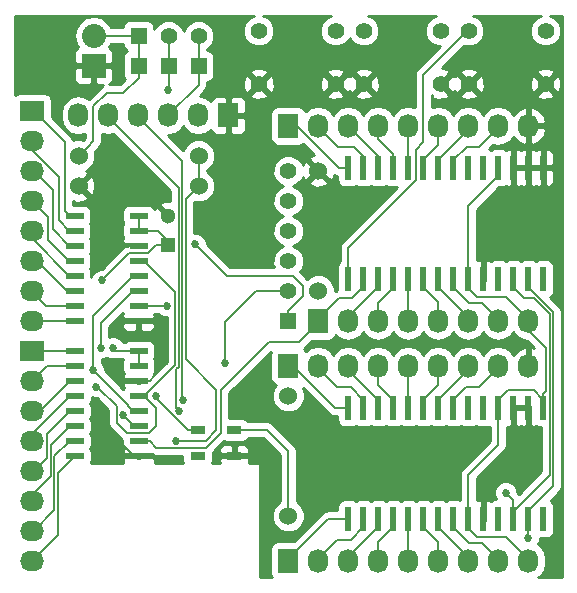
<source format=gtl>
G04 #@! TF.FileFunction,Copper,L1,Top,Signal*
%FSLAX46Y46*%
G04 Gerber Fmt 4.6, Leading zero omitted, Abs format (unit mm)*
G04 Created by KiCad (PCBNEW 4.0.2-stable) date Friday, August 05, 2016 'pmt' 08:03:55 pm*
%MOMM*%
G01*
G04 APERTURE LIST*
%ADD10C,0.100000*%
%ADD11R,1.397000X1.397000*%
%ADD12R,1.300000X1.300000*%
%ADD13C,1.300000*%
%ADD14R,1.300000X0.700000*%
%ADD15R,2.032000X1.727200*%
%ADD16O,2.032000X1.727200*%
%ADD17R,1.727200X2.032000*%
%ADD18O,1.727200X2.032000*%
%ADD19R,2.032000X2.032000*%
%ADD20O,2.032000X2.032000*%
%ADD21C,1.524000*%
%ADD22C,1.397000*%
%ADD23R,1.500000X0.600000*%
%ADD24R,0.600000X2.000000*%
%ADD25C,0.685800*%
%ADD26C,0.152400*%
%ADD27C,0.254000*%
G04 APERTURE END LIST*
D10*
D11*
X10566400Y-4381500D03*
X13106400Y-4381500D03*
X15646400Y-4381500D03*
D12*
X13081000Y-19581500D03*
D13*
X13081000Y-17081500D03*
D14*
X15569000Y-35201500D03*
X15569000Y-37401500D03*
X18669000Y-37401500D03*
X18669000Y-35201500D03*
D15*
X1549400Y-8191500D03*
D16*
X1549400Y-10731500D03*
X1549400Y-13271500D03*
X1549400Y-15811500D03*
X1549400Y-18351500D03*
X1549400Y-20891500D03*
X1549400Y-23431500D03*
X1549400Y-25971500D03*
D15*
X1549400Y-28511500D03*
D16*
X1549400Y-31051500D03*
X1549400Y-33591500D03*
X1549400Y-36131500D03*
X1549400Y-38671500D03*
X1549400Y-41211500D03*
X1549400Y-43751500D03*
X1549400Y-46291500D03*
D17*
X18161000Y-8572500D03*
D18*
X15621000Y-8572500D03*
X13081000Y-8572500D03*
X10541000Y-8572500D03*
X8001000Y-8572500D03*
X5461000Y-8572500D03*
D19*
X6756400Y-4381500D03*
D20*
X6756400Y-1841500D03*
D17*
X23241000Y-9461500D03*
D18*
X25781000Y-9461500D03*
X28321000Y-9461500D03*
X30861000Y-9461500D03*
X33401000Y-9461500D03*
X35941000Y-9461500D03*
X38481000Y-9461500D03*
X41021000Y-9461500D03*
X43561000Y-9461500D03*
D17*
X25781000Y-25971500D03*
D18*
X28321000Y-25971500D03*
X30861000Y-25971500D03*
X33401000Y-25971500D03*
X35941000Y-25971500D03*
X38481000Y-25971500D03*
X41021000Y-25971500D03*
X43561000Y-25971500D03*
D17*
X23241000Y-29781500D03*
D18*
X25781000Y-29781500D03*
X28321000Y-29781500D03*
X30861000Y-29781500D03*
X33401000Y-29781500D03*
X35941000Y-29781500D03*
X38481000Y-29781500D03*
X41021000Y-29781500D03*
X43561000Y-29781500D03*
D17*
X23241000Y-46291500D03*
D18*
X25781000Y-46291500D03*
X28321000Y-46291500D03*
X30861000Y-46291500D03*
X33401000Y-46291500D03*
X35941000Y-46291500D03*
X38481000Y-46291500D03*
X41021000Y-46291500D03*
X43561000Y-46291500D03*
D21*
X25781000Y-23431500D03*
X25781000Y-13271500D03*
X23241000Y-32321500D03*
X23241000Y-42481500D03*
X5486400Y-12001500D03*
X15646400Y-12001500D03*
X5486400Y-14541500D03*
X15646400Y-14541500D03*
D11*
X23241000Y-25971500D03*
D22*
X23241000Y-23431500D03*
X23241000Y-20891500D03*
X23241000Y-18351500D03*
X23241000Y-15811500D03*
X23241000Y-13271500D03*
D11*
X10566400Y-1841500D03*
D22*
X13106400Y-1841500D03*
X15646400Y-1841500D03*
D23*
X5166400Y-17081500D03*
X5166400Y-18351500D03*
X5166400Y-19621500D03*
X5166400Y-20891500D03*
X5166400Y-22161500D03*
X5166400Y-23431500D03*
X5166400Y-24701500D03*
X5166400Y-25971500D03*
X10566400Y-25971500D03*
X10566400Y-24701500D03*
X10566400Y-23431500D03*
X10566400Y-22161500D03*
X10566400Y-20891500D03*
X10566400Y-19621500D03*
X10566400Y-18351500D03*
X10566400Y-17081500D03*
X5199400Y-28511500D03*
X5199400Y-29781500D03*
X5199400Y-31051500D03*
X5199400Y-32321500D03*
X5199400Y-33591500D03*
X5199400Y-34861500D03*
X5199400Y-36131500D03*
X5199400Y-37401500D03*
X10599400Y-37401500D03*
X10599400Y-36131500D03*
X10599400Y-34861500D03*
X10599400Y-33591500D03*
X10599400Y-32321500D03*
X10599400Y-31051500D03*
X10599400Y-29781500D03*
X10599400Y-28511500D03*
D24*
X28321000Y-22416500D03*
X29591000Y-22416500D03*
X30861000Y-22416500D03*
X32131000Y-22416500D03*
X33401000Y-22416500D03*
X34671000Y-22416500D03*
X35941000Y-22416500D03*
X37211000Y-22416500D03*
X38481000Y-22416500D03*
X39751000Y-22416500D03*
X41021000Y-22416500D03*
X42291000Y-22416500D03*
X43561000Y-22416500D03*
X44831000Y-22416500D03*
X44831000Y-13016500D03*
X43561000Y-13016500D03*
X42291000Y-13016500D03*
X41021000Y-13016500D03*
X39751000Y-13016500D03*
X38481000Y-13016500D03*
X37211000Y-13016500D03*
X35941000Y-13016500D03*
X34671000Y-13016500D03*
X33401000Y-13016500D03*
X32131000Y-13016500D03*
X30861000Y-13016500D03*
X29591000Y-13016500D03*
X28321000Y-13016500D03*
X28321000Y-42736500D03*
X29591000Y-42736500D03*
X30861000Y-42736500D03*
X32131000Y-42736500D03*
X33401000Y-42736500D03*
X34671000Y-42736500D03*
X35941000Y-42736500D03*
X37211000Y-42736500D03*
X38481000Y-42736500D03*
X39751000Y-42736500D03*
X41021000Y-42736500D03*
X42291000Y-42736500D03*
X43561000Y-42736500D03*
X44831000Y-42736500D03*
X44831000Y-33336500D03*
X43561000Y-33336500D03*
X42291000Y-33336500D03*
X41021000Y-33336500D03*
X39751000Y-33336500D03*
X38481000Y-33336500D03*
X37211000Y-33336500D03*
X35941000Y-33336500D03*
X34671000Y-33336500D03*
X33401000Y-33336500D03*
X32131000Y-33336500D03*
X30861000Y-33336500D03*
X29591000Y-33336500D03*
X28321000Y-33336500D03*
D22*
X36131500Y-1405500D03*
X36131500Y-5905500D03*
X29631500Y-1405500D03*
X29631500Y-5905500D03*
X45021500Y-1405500D03*
X45021500Y-5905500D03*
X38521500Y-1405500D03*
X38521500Y-5905500D03*
X27241500Y-1405500D03*
X27241500Y-5905500D03*
X20741500Y-1405500D03*
X20741500Y-5905500D03*
D25*
X7112000Y-34798000D03*
X8509000Y-30416500D03*
X17145000Y-37655500D03*
X13843000Y-37719000D03*
X10096500Y-14668500D03*
X42291000Y-36957000D03*
X13716000Y-36131500D03*
X15367000Y-19494500D03*
X7493000Y-22542500D03*
X8382016Y-28257500D03*
X14287500Y-32702500D03*
X13970000Y-33591500D03*
X12065000Y-32321500D03*
X13081000Y-6413500D03*
X12954008Y-24701500D03*
X17907000Y-29527500D03*
X7366002Y-28257500D03*
X9271000Y-33972508D03*
X6731002Y-30162500D03*
X6985000Y-31559500D03*
X41656000Y-40513000D03*
X43561000Y-44386500D03*
D26*
X7545900Y-34798000D02*
X7112000Y-34798000D01*
X10599400Y-37401500D02*
X10149400Y-37401500D01*
X10149400Y-37401500D02*
X7545900Y-34798000D01*
X9017000Y-30670500D02*
X8763000Y-30416500D01*
X8763000Y-30416500D02*
X8509000Y-30416500D01*
X9017000Y-31051500D02*
X9017000Y-30670500D01*
X10599400Y-31051500D02*
X9017000Y-31051500D01*
X10599400Y-31051500D02*
X9697000Y-31051500D01*
X9697000Y-31051500D02*
X9570000Y-30924500D01*
X9570000Y-30924500D02*
X9080500Y-30924500D01*
X8699500Y-19304000D02*
X8699500Y-16065500D01*
X8699500Y-16065500D02*
X10096500Y-14668500D01*
X8890000Y-19494500D02*
X8699500Y-19304000D01*
X9537000Y-19494500D02*
X8890000Y-19494500D01*
X10566400Y-19621500D02*
X9664000Y-19621500D01*
X9664000Y-19621500D02*
X9537000Y-19494500D01*
X17500601Y-37312601D02*
X17589500Y-37401500D01*
X17589500Y-37401500D02*
X18669000Y-37401500D01*
X17145000Y-37655500D02*
X17487899Y-37312601D01*
X17487899Y-37312601D02*
X17500601Y-37312601D01*
X11874500Y-37401500D02*
X12192000Y-37719000D01*
X12192000Y-37719000D02*
X13843000Y-37719000D01*
X10599400Y-37401500D02*
X11874500Y-37401500D01*
X9080500Y-30924500D02*
X8890000Y-30734000D01*
X10668000Y-27114500D02*
X10566400Y-27012900D01*
X10566400Y-27012900D02*
X10566400Y-25971500D01*
X12192000Y-27114500D02*
X10668000Y-27114500D01*
X12192000Y-28261618D02*
X12192000Y-27114500D01*
X12001500Y-30353000D02*
X12001500Y-28452118D01*
X12001500Y-28452118D02*
X12192000Y-28261618D01*
X11874500Y-30480000D02*
X12001500Y-30353000D01*
X11874500Y-30678800D02*
X11874500Y-30480000D01*
X10599400Y-31051500D02*
X11501800Y-31051500D01*
X11501800Y-31051500D02*
X11874500Y-30678800D01*
X11239500Y-15811500D02*
X11811000Y-15811500D01*
X11811000Y-15811500D02*
X13081000Y-17081500D01*
X10096500Y-14668500D02*
X11239500Y-15811500D01*
X39751000Y-42736500D02*
X39751000Y-39497000D01*
X39751000Y-39497000D02*
X42291000Y-36957000D01*
X43561000Y-13016500D02*
X42291000Y-13016500D01*
X44831000Y-13016500D02*
X43561000Y-13016500D01*
X1549400Y-10731500D02*
X1549400Y-11493500D01*
X4716400Y-18351500D02*
X5166400Y-18351500D01*
X1549400Y-11493500D02*
X3810000Y-13754100D01*
X3810000Y-13754100D02*
X3810000Y-17445100D01*
X3810000Y-17445100D02*
X4716400Y-18351500D01*
X10566400Y-4381500D02*
X10566400Y-5372100D01*
X10566400Y-5372100D02*
X9271000Y-6667500D01*
X9271000Y-6667500D02*
X7874000Y-6667500D01*
X7874000Y-6667500D02*
X6731000Y-7810500D01*
X6731000Y-7810500D02*
X6731000Y-10756900D01*
X6731000Y-10756900D02*
X6248399Y-11239501D01*
X6248399Y-11239501D02*
X5486400Y-12001500D01*
X10566400Y-1841500D02*
X10566400Y-2692400D01*
X10566400Y-2692400D02*
X10566400Y-4381500D01*
X6756400Y-1841500D02*
X10566400Y-1841500D01*
X1549400Y-15811500D02*
X1549400Y-15836900D01*
X1549400Y-15836900D02*
X2921000Y-17208500D01*
X2921000Y-17208500D02*
X2921000Y-19096100D01*
X2921000Y-19096100D02*
X4716400Y-20891500D01*
X4716400Y-20891500D02*
X5166400Y-20891500D01*
X1549400Y-18351500D02*
X1549400Y-18994500D01*
X1549400Y-18994500D02*
X4716400Y-22161500D01*
X4716400Y-22161500D02*
X5166400Y-22161500D01*
X1549400Y-20891500D02*
X1930400Y-20891500D01*
X1930400Y-20891500D02*
X4470400Y-23431500D01*
X4470400Y-23431500D02*
X5166400Y-23431500D01*
X1549400Y-31051500D02*
X2819400Y-29781500D01*
X2819400Y-29781500D02*
X4297000Y-29781500D01*
X4297000Y-29781500D02*
X5199400Y-29781500D01*
X1549400Y-36131500D02*
X1549400Y-35521500D01*
X1549400Y-35521500D02*
X4749400Y-32321500D01*
X4749400Y-32321500D02*
X5199400Y-32321500D01*
X1701800Y-38671500D02*
X1549400Y-38671500D01*
X2794000Y-37579300D02*
X1701800Y-38671500D01*
X2794000Y-35546900D02*
X2794000Y-37579300D01*
X4749400Y-33591500D02*
X2794000Y-35546900D01*
X5199400Y-33591500D02*
X4749400Y-33591500D01*
X3124189Y-36486711D02*
X3124189Y-39103311D01*
X3124189Y-39103311D02*
X1524000Y-40703500D01*
X1524000Y-40703500D02*
X1524000Y-41186100D01*
X5199400Y-34861500D02*
X4749400Y-34861500D01*
X4749400Y-34861500D02*
X3124189Y-36486711D01*
X1524000Y-41186100D02*
X1549400Y-41211500D01*
X15646400Y-14541500D02*
X14569223Y-15618677D01*
X17145000Y-35242500D02*
X16256000Y-36131500D01*
X14569223Y-15618677D02*
X14569223Y-29237723D01*
X14569223Y-29237723D02*
X17145000Y-31813500D01*
X17145000Y-31813500D02*
X17145000Y-35242500D01*
X16256000Y-36131500D02*
X14200933Y-36131500D01*
X14200933Y-36131500D02*
X13716000Y-36131500D01*
X15646400Y-12001500D02*
X15646400Y-13079130D01*
X15646400Y-13079130D02*
X15646400Y-14541500D01*
X41021000Y-33336500D02*
X41021000Y-36449000D01*
X41021000Y-36449000D02*
X38481000Y-38989000D01*
X38481000Y-38989000D02*
X38481000Y-42036500D01*
X38481000Y-42036500D02*
X38481000Y-42736500D01*
X38481000Y-22416500D02*
X38481000Y-23177500D01*
X38481000Y-23177500D02*
X39243000Y-23939500D01*
X41681400Y-23939500D02*
X43561000Y-25819100D01*
X39243000Y-23939500D02*
X41681400Y-23939500D01*
X43561000Y-25819100D02*
X43561000Y-25971500D01*
X38481000Y-42736500D02*
X38481000Y-43497500D01*
X38481000Y-43497500D02*
X39243000Y-44259500D01*
X39243000Y-44259500D02*
X41681400Y-44259500D01*
X41681400Y-44259500D02*
X43561000Y-46139100D01*
X43561000Y-46139100D02*
X43561000Y-46291500D01*
X43561000Y-25971500D02*
X43561000Y-26733500D01*
X43561000Y-26733500D02*
X45085000Y-28257500D01*
X45085000Y-28257500D02*
X45085000Y-31930100D01*
X45085000Y-31930100D02*
X44831000Y-32184100D01*
X44831000Y-32184100D02*
X44831000Y-33336500D01*
X10566400Y-18351500D02*
X12192000Y-18351500D01*
X12192000Y-18351500D02*
X12827000Y-18986500D01*
X12827000Y-18986500D02*
X12827000Y-19581500D01*
X7493000Y-22542500D02*
X9779000Y-20256500D01*
X9779000Y-20256500D02*
X11349600Y-20256500D01*
X11349600Y-20256500D02*
X12024600Y-19581500D01*
X12024600Y-19581500D02*
X12827000Y-19581500D01*
X38481000Y-22416500D02*
X38481000Y-21716500D01*
X15709899Y-19837399D02*
X15367000Y-19494500D01*
X18034000Y-22161500D02*
X15709899Y-19837399D01*
X23622000Y-22161500D02*
X18034000Y-22161500D01*
X24511000Y-23850600D02*
X24511000Y-23050500D01*
X23241000Y-25120600D02*
X24511000Y-23850600D01*
X23241000Y-25971500D02*
X23241000Y-25120600D01*
X24511000Y-23050500D02*
X23622000Y-22161500D01*
X8636016Y-28511500D02*
X8382016Y-28257500D01*
X10599400Y-28511500D02*
X8636016Y-28511500D01*
X44831000Y-33336500D02*
X44831000Y-32636500D01*
X41021000Y-32636500D02*
X41021000Y-33336500D01*
X44831000Y-32636500D02*
X44008000Y-31813500D01*
X44008000Y-31813500D02*
X41844000Y-31813500D01*
X41844000Y-31813500D02*
X41021000Y-32636500D01*
X41021000Y-13016500D02*
X41021000Y-13716500D01*
X41021000Y-13716500D02*
X38481000Y-16256500D01*
X38481000Y-16256500D02*
X38481000Y-21264100D01*
X38481000Y-21264100D02*
X38481000Y-22416500D01*
X10599400Y-28511500D02*
X10599400Y-29781500D01*
X10566400Y-17081500D02*
X10566400Y-18351500D01*
X18669000Y-35201500D02*
X21422000Y-35201500D01*
X21422000Y-35201500D02*
X23241000Y-37020500D01*
X23241000Y-37020500D02*
X23241000Y-41403870D01*
X23241000Y-41403870D02*
X23241000Y-42481500D01*
X1549400Y-8191500D02*
X1701800Y-8191500D01*
X1701800Y-8191500D02*
X4318000Y-10807700D01*
X4318000Y-10807700D02*
X4318000Y-16675100D01*
X4318000Y-16675100D02*
X4724400Y-17081500D01*
X4724400Y-17081500D02*
X5166400Y-17081500D01*
X1549400Y-13271500D02*
X1701800Y-13271500D01*
X3302000Y-18207100D02*
X4716400Y-19621500D01*
X1701800Y-13271500D02*
X3302000Y-14871700D01*
X3302000Y-14871700D02*
X3302000Y-18207100D01*
X4716400Y-19621500D02*
X5166400Y-19621500D01*
X1549400Y-23431500D02*
X1549400Y-23558500D01*
X1549400Y-23558500D02*
X2692400Y-24701500D01*
X2692400Y-24701500D02*
X4264000Y-24701500D01*
X4264000Y-24701500D02*
X5166400Y-24701500D01*
X1549400Y-25971500D02*
X5166400Y-25971500D01*
X10541000Y-8572500D02*
X10541000Y-8724900D01*
X14264412Y-12448312D02*
X14264412Y-32679412D01*
X10541000Y-8724900D02*
X14264412Y-12448312D01*
X14264412Y-32679412D02*
X14287500Y-32702500D01*
X23241000Y-9461500D02*
X24003000Y-9461500D01*
X24003000Y-9461500D02*
X27558000Y-13016500D01*
X27558000Y-13016500D02*
X27868600Y-13016500D01*
X27868600Y-13016500D02*
X28321000Y-13016500D01*
X25781000Y-9461500D02*
X25781000Y-9588500D01*
X25781000Y-9588500D02*
X27432000Y-11239500D01*
X27432000Y-11239500D02*
X28829000Y-11239500D01*
X28829000Y-11239500D02*
X29591000Y-12001500D01*
X29591000Y-12001500D02*
X29591000Y-13016500D01*
X28321000Y-9461500D02*
X30861000Y-12001500D01*
X30861000Y-12001500D02*
X30861000Y-13016500D01*
X25781000Y-25971500D02*
X25781000Y-25819100D01*
X25781000Y-25819100D02*
X27533600Y-24066500D01*
X27533600Y-24066500D02*
X28641000Y-24066500D01*
X28641000Y-24066500D02*
X29591000Y-23116500D01*
X29591000Y-23116500D02*
X29591000Y-22416500D01*
X24155400Y-27749500D02*
X21590000Y-27749500D01*
X11501800Y-36131500D02*
X10599400Y-36131500D01*
X17526000Y-31813500D02*
X17526000Y-35453336D01*
X12073302Y-36703002D02*
X11501800Y-36131500D01*
X17526000Y-35453336D02*
X16276334Y-36703002D01*
X21590000Y-27749500D02*
X17526000Y-31813500D01*
X16276334Y-36703002D02*
X12073302Y-36703002D01*
X25781000Y-25971500D02*
X25781000Y-26123900D01*
X25781000Y-26123900D02*
X24155400Y-27749500D01*
X28321000Y-25971500D02*
X28321000Y-25656500D01*
X28321000Y-25656500D02*
X30861000Y-23116500D01*
X30861000Y-23116500D02*
X30861000Y-22416500D01*
X30861000Y-25971500D02*
X30861000Y-24447500D01*
X30861000Y-24447500D02*
X32131000Y-23177500D01*
X32131000Y-23177500D02*
X32131000Y-22416500D01*
X33401000Y-25971500D02*
X33401000Y-22416500D01*
X35941000Y-25971500D02*
X35941000Y-24386500D01*
X35941000Y-24386500D02*
X34671000Y-23116500D01*
X34671000Y-23116500D02*
X34671000Y-22416500D01*
X38481000Y-25971500D02*
X38481000Y-25656500D01*
X35941000Y-23116500D02*
X35941000Y-22416500D01*
X38481000Y-25656500D02*
X35941000Y-23116500D01*
X41021000Y-25971500D02*
X41021000Y-25819100D01*
X41021000Y-25819100D02*
X39649400Y-24447500D01*
X39649400Y-24447500D02*
X38542000Y-24447500D01*
X38542000Y-24447500D02*
X37211000Y-23116500D01*
X37211000Y-23116500D02*
X37211000Y-22416500D01*
X28321000Y-22416500D02*
X28321000Y-19791676D01*
X28321000Y-19791676D02*
X34036000Y-14076676D01*
X34036000Y-14076676D02*
X34036000Y-11493500D01*
X38354000Y-1573000D02*
X38521500Y-1405500D01*
X34036000Y-11493500D02*
X34671000Y-10858500D01*
X34671000Y-10858500D02*
X34671000Y-5143500D01*
X38241500Y-1573000D02*
X38354000Y-1573000D01*
X34671000Y-5143500D02*
X38241500Y-1573000D01*
X8001000Y-8572500D02*
X8001000Y-8724900D01*
X8001000Y-8724900D02*
X13959601Y-14683501D01*
X13959601Y-14683501D02*
X13959601Y-29841965D01*
X13959601Y-29841965D02*
X13716000Y-30085566D01*
X13716000Y-30085566D02*
X13716000Y-33337500D01*
X13716000Y-33337500D02*
X13970000Y-33591500D01*
X12065000Y-32499900D02*
X12065000Y-32321500D01*
X14766600Y-35201500D02*
X12065000Y-32499900D01*
X15569000Y-35201500D02*
X14766600Y-35201500D01*
X13106400Y-4381500D02*
X13106400Y-6388100D01*
X13106400Y-6388100D02*
X13081000Y-6413500D01*
X13106400Y-1841500D02*
X13106400Y-4381500D01*
X1549400Y-28511500D02*
X5199400Y-28511500D01*
X1549400Y-33591500D02*
X2184400Y-33591500D01*
X2184400Y-33591500D02*
X4724400Y-31051500D01*
X4724400Y-31051500D02*
X5199400Y-31051500D01*
X1701800Y-43751500D02*
X1549400Y-43751500D01*
X3429000Y-42024300D02*
X1701800Y-43751500D01*
X3429000Y-37451900D02*
X3429000Y-42024300D01*
X4749400Y-36131500D02*
X3429000Y-37451900D01*
X5199400Y-36131500D02*
X4749400Y-36131500D01*
X3746500Y-44094400D02*
X1549400Y-46291500D01*
X3746500Y-38854400D02*
X3746500Y-44094400D01*
X5199400Y-37401500D02*
X3746500Y-38854400D01*
X15646400Y-4381500D02*
X15646400Y-6007100D01*
X15646400Y-6007100D02*
X13081000Y-8572500D01*
X15646400Y-1841500D02*
X15646400Y-4381500D01*
X30861000Y-9461500D02*
X30861000Y-10604500D01*
X30861000Y-10604500D02*
X32131000Y-11874500D01*
X32131000Y-11874500D02*
X32131000Y-13016500D01*
X33401000Y-9461500D02*
X33401000Y-10629900D01*
X33401000Y-10629900D02*
X33401000Y-13016500D01*
X35941000Y-9461500D02*
X35941000Y-11046500D01*
X35941000Y-11046500D02*
X34671000Y-12316500D01*
X34671000Y-12316500D02*
X34671000Y-13016500D01*
X38481000Y-9461500D02*
X38481000Y-9776500D01*
X38481000Y-9776500D02*
X35941000Y-12316500D01*
X35941000Y-12316500D02*
X35941000Y-13016500D01*
X41021000Y-9461500D02*
X41021000Y-9613900D01*
X37211000Y-12382500D02*
X37211000Y-13016500D01*
X41021000Y-9613900D02*
X39395400Y-11239500D01*
X39395400Y-11239500D02*
X38354000Y-11239500D01*
X38354000Y-11239500D02*
X37211000Y-12382500D01*
X23241000Y-29781500D02*
X23622000Y-29781500D01*
X23622000Y-29781500D02*
X27177000Y-33336500D01*
X27177000Y-33336500D02*
X27868600Y-33336500D01*
X27868600Y-33336500D02*
X28321000Y-33336500D01*
X25781000Y-29781500D02*
X25781000Y-29933900D01*
X29591000Y-32636500D02*
X29591000Y-33336500D01*
X25781000Y-29933900D02*
X27406600Y-31559500D01*
X27406600Y-31559500D02*
X28514000Y-31559500D01*
X28514000Y-31559500D02*
X29591000Y-32636500D01*
X28321000Y-29781500D02*
X28321000Y-30096500D01*
X28321000Y-30096500D02*
X30861000Y-32636500D01*
X30861000Y-32636500D02*
X30861000Y-33336500D01*
X30861000Y-29781500D02*
X30861000Y-31366500D01*
X30861000Y-31366500D02*
X32131000Y-32636500D01*
X32131000Y-32636500D02*
X32131000Y-33336500D01*
X33401000Y-29781500D02*
X33401000Y-33336500D01*
X35941000Y-29781500D02*
X35941000Y-31366500D01*
X35941000Y-31366500D02*
X34671000Y-32636500D01*
X34671000Y-32636500D02*
X34671000Y-33336500D01*
X38481000Y-29781500D02*
X38481000Y-30096500D01*
X38481000Y-30096500D02*
X35941000Y-32636500D01*
X35941000Y-32636500D02*
X35941000Y-33336500D01*
X41021000Y-29781500D02*
X41021000Y-29933900D01*
X37211000Y-32636500D02*
X37211000Y-33336500D01*
X41021000Y-29933900D02*
X39395400Y-31559500D01*
X39395400Y-31559500D02*
X38288000Y-31559500D01*
X38288000Y-31559500D02*
X37211000Y-32636500D01*
X23241000Y-46139100D02*
X26643600Y-42736500D01*
X26643600Y-42736500D02*
X27868600Y-42736500D01*
X27868600Y-42736500D02*
X28321000Y-42736500D01*
X25781000Y-46291500D02*
X25781000Y-46139100D01*
X25781000Y-46139100D02*
X27406600Y-44513500D01*
X27406600Y-44513500D02*
X28514000Y-44513500D01*
X28514000Y-44513500D02*
X29591000Y-43436500D01*
X29591000Y-43436500D02*
X29591000Y-42736500D01*
X28321000Y-46291500D02*
X28321000Y-45976500D01*
X28321000Y-45976500D02*
X30861000Y-43436500D01*
X30861000Y-43436500D02*
X30861000Y-42736500D01*
X30861000Y-46291500D02*
X30861000Y-44706500D01*
X30861000Y-44706500D02*
X32131000Y-43436500D01*
X32131000Y-43436500D02*
X32131000Y-42736500D01*
X33401000Y-42736500D02*
X33401000Y-46291500D01*
X35941000Y-46291500D02*
X35941000Y-44706500D01*
X35941000Y-44706500D02*
X34671000Y-43436500D01*
X34671000Y-43436500D02*
X34671000Y-42736500D01*
X38481000Y-46291500D02*
X38481000Y-45976500D01*
X38481000Y-45976500D02*
X35941000Y-43436500D01*
X35941000Y-43436500D02*
X35941000Y-42736500D01*
X41021000Y-46291500D02*
X41021000Y-46139100D01*
X41021000Y-46139100D02*
X39649400Y-44767500D01*
X39649400Y-44767500D02*
X38542000Y-44767500D01*
X38542000Y-44767500D02*
X37211000Y-43436500D01*
X37211000Y-43436500D02*
X37211000Y-42736500D01*
X10566400Y-24701500D02*
X12954008Y-24701500D01*
X23241000Y-23431500D02*
X20510500Y-23431500D01*
X20510500Y-23431500D02*
X17907000Y-26035000D01*
X17907000Y-26035000D02*
X17907000Y-29042567D01*
X17907000Y-29042567D02*
X17907000Y-29527500D01*
X7366002Y-26181898D02*
X7366002Y-27772567D01*
X10566400Y-23431500D02*
X10116400Y-23431500D01*
X7366002Y-27772567D02*
X7366002Y-28257500D01*
X10116400Y-23431500D02*
X7366002Y-26181898D01*
X9271000Y-33983100D02*
X9271000Y-33972508D01*
X10149400Y-34861500D02*
X9271000Y-33983100D01*
X10599400Y-34861500D02*
X10149400Y-34861500D01*
X10599400Y-33591500D02*
X10149400Y-33591500D01*
X10149400Y-33591500D02*
X9697000Y-33139100D01*
X9697000Y-33139100D02*
X9697000Y-33128498D01*
X9697000Y-33128498D02*
X7073901Y-30505399D01*
X7073901Y-30505399D02*
X6731002Y-30162500D01*
X10116400Y-22161500D02*
X6731002Y-25546898D01*
X10566400Y-22161500D02*
X10116400Y-22161500D01*
X6731002Y-29677567D02*
X6731002Y-30162500D01*
X6731002Y-25546898D02*
X6731002Y-29677567D01*
X11049400Y-32321500D02*
X12065000Y-33337100D01*
X12065000Y-33337100D02*
X12065000Y-34857382D01*
X12065000Y-34857382D02*
X11425882Y-35496500D01*
X11425882Y-35496500D02*
X9588500Y-35496500D01*
X9588500Y-35496500D02*
X8699500Y-34607500D01*
X8699500Y-34607500D02*
X8699500Y-33210500D01*
X8699500Y-33210500D02*
X7048500Y-31559500D01*
X7048500Y-31559500D02*
X6985000Y-31559500D01*
X11049400Y-32321500D02*
X11049400Y-32321100D01*
X11016400Y-20891500D02*
X10566400Y-20891500D01*
X11049400Y-32321100D02*
X13652502Y-29717998D01*
X13652502Y-29717998D02*
X13652502Y-23527602D01*
X13652502Y-23527602D02*
X11016400Y-20891500D01*
X10599400Y-32321500D02*
X11049400Y-32321500D01*
X41998899Y-40855899D02*
X41656000Y-40513000D01*
X42291000Y-42036500D02*
X42291000Y-41148000D01*
X42291000Y-41148000D02*
X41998899Y-40855899D01*
X42291000Y-22416500D02*
X42291000Y-23116500D01*
X42291000Y-23116500D02*
X43241000Y-24066500D01*
X45389811Y-25387311D02*
X45389811Y-39001689D01*
X43241000Y-24066500D02*
X44069000Y-24066500D01*
X44069000Y-24066500D02*
X45389811Y-25387311D01*
X45389811Y-39001689D02*
X42355000Y-42036500D01*
X42355000Y-42036500D02*
X42291000Y-42036500D01*
X42291000Y-21716500D02*
X42291000Y-22416500D01*
X42291000Y-42036500D02*
X42291000Y-42736500D01*
X43561000Y-22416500D02*
X43561000Y-23116500D01*
X43561000Y-23116500D02*
X45694622Y-25250122D01*
X45694622Y-25250122D02*
X45694622Y-39966878D01*
X45694622Y-39966878D02*
X43561000Y-42100500D01*
X43561000Y-42100500D02*
X43561000Y-42736500D01*
X43561000Y-42736500D02*
X43561000Y-44386500D01*
X43561000Y-22416500D02*
X43561000Y-21716500D01*
D27*
G36*
X21729960Y-28765500D02*
X21729960Y-30797500D01*
X21774238Y-31032817D01*
X21913310Y-31248941D01*
X22125510Y-31393931D01*
X22181457Y-31405261D01*
X22057371Y-31529130D01*
X21844243Y-32042400D01*
X21843758Y-32598161D01*
X22055990Y-33111803D01*
X22448630Y-33505129D01*
X22961900Y-33718257D01*
X23517661Y-33718742D01*
X24031303Y-33506510D01*
X24424629Y-33113870D01*
X24637757Y-32600600D01*
X24638242Y-32044839D01*
X24468329Y-31633617D01*
X26674106Y-33839394D01*
X26904835Y-33993563D01*
X26949990Y-34002545D01*
X27177000Y-34047700D01*
X27373560Y-34047700D01*
X27373560Y-34336500D01*
X27417838Y-34571817D01*
X27556910Y-34787941D01*
X27769110Y-34932931D01*
X28021000Y-34983940D01*
X28621000Y-34983940D01*
X28856317Y-34939662D01*
X28955528Y-34875822D01*
X29039110Y-34932931D01*
X29291000Y-34983940D01*
X29891000Y-34983940D01*
X30126317Y-34939662D01*
X30225528Y-34875822D01*
X30309110Y-34932931D01*
X30561000Y-34983940D01*
X31161000Y-34983940D01*
X31396317Y-34939662D01*
X31495528Y-34875822D01*
X31579110Y-34932931D01*
X31831000Y-34983940D01*
X32431000Y-34983940D01*
X32666317Y-34939662D01*
X32765528Y-34875822D01*
X32849110Y-34932931D01*
X33101000Y-34983940D01*
X33701000Y-34983940D01*
X33936317Y-34939662D01*
X34035528Y-34875822D01*
X34119110Y-34932931D01*
X34371000Y-34983940D01*
X34971000Y-34983940D01*
X35206317Y-34939662D01*
X35305528Y-34875822D01*
X35389110Y-34932931D01*
X35641000Y-34983940D01*
X36241000Y-34983940D01*
X36476317Y-34939662D01*
X36575528Y-34875822D01*
X36659110Y-34932931D01*
X36911000Y-34983940D01*
X37511000Y-34983940D01*
X37746317Y-34939662D01*
X37845528Y-34875822D01*
X37929110Y-34932931D01*
X38181000Y-34983940D01*
X38781000Y-34983940D01*
X39016317Y-34939662D01*
X39115528Y-34875822D01*
X39199110Y-34932931D01*
X39451000Y-34983940D01*
X40051000Y-34983940D01*
X40286317Y-34939662D01*
X40309800Y-34924551D01*
X40309800Y-36154411D01*
X37978106Y-38486106D01*
X37823937Y-38716835D01*
X37823937Y-38716836D01*
X37769800Y-38989000D01*
X37769800Y-41144790D01*
X37762890Y-41140069D01*
X37511000Y-41089060D01*
X36911000Y-41089060D01*
X36675683Y-41133338D01*
X36576472Y-41197178D01*
X36492890Y-41140069D01*
X36241000Y-41089060D01*
X35641000Y-41089060D01*
X35405683Y-41133338D01*
X35306472Y-41197178D01*
X35222890Y-41140069D01*
X34971000Y-41089060D01*
X34371000Y-41089060D01*
X34135683Y-41133338D01*
X34036472Y-41197178D01*
X33952890Y-41140069D01*
X33701000Y-41089060D01*
X33101000Y-41089060D01*
X32865683Y-41133338D01*
X32766472Y-41197178D01*
X32682890Y-41140069D01*
X32431000Y-41089060D01*
X31831000Y-41089060D01*
X31595683Y-41133338D01*
X31496472Y-41197178D01*
X31412890Y-41140069D01*
X31161000Y-41089060D01*
X30561000Y-41089060D01*
X30325683Y-41133338D01*
X30226472Y-41197178D01*
X30142890Y-41140069D01*
X29891000Y-41089060D01*
X29291000Y-41089060D01*
X29055683Y-41133338D01*
X28956472Y-41197178D01*
X28872890Y-41140069D01*
X28621000Y-41089060D01*
X28021000Y-41089060D01*
X27785683Y-41133338D01*
X27569559Y-41272410D01*
X27424569Y-41484610D01*
X27373560Y-41736500D01*
X27373560Y-42025300D01*
X26643600Y-42025300D01*
X26416590Y-42070455D01*
X26371435Y-42079437D01*
X26140706Y-42233606D01*
X23746252Y-44628060D01*
X22377400Y-44628060D01*
X22142083Y-44672338D01*
X21925959Y-44811410D01*
X21780969Y-45023610D01*
X21729960Y-45275500D01*
X21729960Y-47307500D01*
X21774238Y-47542817D01*
X21867982Y-47688500D01*
X20828000Y-47688500D01*
X20828000Y-38100000D01*
X20819226Y-38053615D01*
X20791865Y-38011273D01*
X20750187Y-37982912D01*
X20700758Y-37973000D01*
X19913949Y-37974502D01*
X19954000Y-37877809D01*
X19954000Y-37687250D01*
X19795250Y-37528500D01*
X18796000Y-37528500D01*
X18796000Y-37548500D01*
X18542000Y-37548500D01*
X18542000Y-37528500D01*
X17542750Y-37528500D01*
X17384000Y-37687250D01*
X17384000Y-37877809D01*
X17426018Y-37979250D01*
X16820085Y-37980406D01*
X16866440Y-37751500D01*
X16866440Y-37118684D01*
X17059933Y-36925191D01*
X17384000Y-36925191D01*
X17384000Y-37115750D01*
X17542750Y-37274500D01*
X18542000Y-37274500D01*
X18542000Y-36575250D01*
X18796000Y-36575250D01*
X18796000Y-37274500D01*
X19795250Y-37274500D01*
X19954000Y-37115750D01*
X19954000Y-36925191D01*
X19857327Y-36691802D01*
X19678699Y-36513173D01*
X19445310Y-36416500D01*
X18954750Y-36416500D01*
X18796000Y-36575250D01*
X18542000Y-36575250D01*
X18383250Y-36416500D01*
X17892690Y-36416500D01*
X17659301Y-36513173D01*
X17480673Y-36691802D01*
X17384000Y-36925191D01*
X17059933Y-36925191D01*
X17825392Y-36159733D01*
X18019000Y-36198940D01*
X19319000Y-36198940D01*
X19554317Y-36154662D01*
X19770441Y-36015590D01*
X19840743Y-35912700D01*
X21127412Y-35912700D01*
X22529800Y-37315089D01*
X22529800Y-41263805D01*
X22450697Y-41296490D01*
X22057371Y-41689130D01*
X21844243Y-42202400D01*
X21843758Y-42758161D01*
X22055990Y-43271803D01*
X22448630Y-43665129D01*
X22961900Y-43878257D01*
X23517661Y-43878742D01*
X24031303Y-43666510D01*
X24424629Y-43273870D01*
X24637757Y-42760600D01*
X24638242Y-42204839D01*
X24426010Y-41691197D01*
X24033370Y-41297871D01*
X23952200Y-41264166D01*
X23952200Y-37020500D01*
X23898063Y-36748336D01*
X23821929Y-36634394D01*
X23743894Y-36517605D01*
X21924894Y-34698606D01*
X21694165Y-34544437D01*
X21422000Y-34490300D01*
X19841158Y-34490300D01*
X19783090Y-34400059D01*
X19570890Y-34255069D01*
X19319000Y-34204060D01*
X18237200Y-34204060D01*
X18237200Y-32108088D01*
X21768093Y-28577195D01*
X21729960Y-28765500D01*
X21729960Y-28765500D01*
G37*
X21729960Y-28765500D02*
X21729960Y-30797500D01*
X21774238Y-31032817D01*
X21913310Y-31248941D01*
X22125510Y-31393931D01*
X22181457Y-31405261D01*
X22057371Y-31529130D01*
X21844243Y-32042400D01*
X21843758Y-32598161D01*
X22055990Y-33111803D01*
X22448630Y-33505129D01*
X22961900Y-33718257D01*
X23517661Y-33718742D01*
X24031303Y-33506510D01*
X24424629Y-33113870D01*
X24637757Y-32600600D01*
X24638242Y-32044839D01*
X24468329Y-31633617D01*
X26674106Y-33839394D01*
X26904835Y-33993563D01*
X26949990Y-34002545D01*
X27177000Y-34047700D01*
X27373560Y-34047700D01*
X27373560Y-34336500D01*
X27417838Y-34571817D01*
X27556910Y-34787941D01*
X27769110Y-34932931D01*
X28021000Y-34983940D01*
X28621000Y-34983940D01*
X28856317Y-34939662D01*
X28955528Y-34875822D01*
X29039110Y-34932931D01*
X29291000Y-34983940D01*
X29891000Y-34983940D01*
X30126317Y-34939662D01*
X30225528Y-34875822D01*
X30309110Y-34932931D01*
X30561000Y-34983940D01*
X31161000Y-34983940D01*
X31396317Y-34939662D01*
X31495528Y-34875822D01*
X31579110Y-34932931D01*
X31831000Y-34983940D01*
X32431000Y-34983940D01*
X32666317Y-34939662D01*
X32765528Y-34875822D01*
X32849110Y-34932931D01*
X33101000Y-34983940D01*
X33701000Y-34983940D01*
X33936317Y-34939662D01*
X34035528Y-34875822D01*
X34119110Y-34932931D01*
X34371000Y-34983940D01*
X34971000Y-34983940D01*
X35206317Y-34939662D01*
X35305528Y-34875822D01*
X35389110Y-34932931D01*
X35641000Y-34983940D01*
X36241000Y-34983940D01*
X36476317Y-34939662D01*
X36575528Y-34875822D01*
X36659110Y-34932931D01*
X36911000Y-34983940D01*
X37511000Y-34983940D01*
X37746317Y-34939662D01*
X37845528Y-34875822D01*
X37929110Y-34932931D01*
X38181000Y-34983940D01*
X38781000Y-34983940D01*
X39016317Y-34939662D01*
X39115528Y-34875822D01*
X39199110Y-34932931D01*
X39451000Y-34983940D01*
X40051000Y-34983940D01*
X40286317Y-34939662D01*
X40309800Y-34924551D01*
X40309800Y-36154411D01*
X37978106Y-38486106D01*
X37823937Y-38716835D01*
X37823937Y-38716836D01*
X37769800Y-38989000D01*
X37769800Y-41144790D01*
X37762890Y-41140069D01*
X37511000Y-41089060D01*
X36911000Y-41089060D01*
X36675683Y-41133338D01*
X36576472Y-41197178D01*
X36492890Y-41140069D01*
X36241000Y-41089060D01*
X35641000Y-41089060D01*
X35405683Y-41133338D01*
X35306472Y-41197178D01*
X35222890Y-41140069D01*
X34971000Y-41089060D01*
X34371000Y-41089060D01*
X34135683Y-41133338D01*
X34036472Y-41197178D01*
X33952890Y-41140069D01*
X33701000Y-41089060D01*
X33101000Y-41089060D01*
X32865683Y-41133338D01*
X32766472Y-41197178D01*
X32682890Y-41140069D01*
X32431000Y-41089060D01*
X31831000Y-41089060D01*
X31595683Y-41133338D01*
X31496472Y-41197178D01*
X31412890Y-41140069D01*
X31161000Y-41089060D01*
X30561000Y-41089060D01*
X30325683Y-41133338D01*
X30226472Y-41197178D01*
X30142890Y-41140069D01*
X29891000Y-41089060D01*
X29291000Y-41089060D01*
X29055683Y-41133338D01*
X28956472Y-41197178D01*
X28872890Y-41140069D01*
X28621000Y-41089060D01*
X28021000Y-41089060D01*
X27785683Y-41133338D01*
X27569559Y-41272410D01*
X27424569Y-41484610D01*
X27373560Y-41736500D01*
X27373560Y-42025300D01*
X26643600Y-42025300D01*
X26416590Y-42070455D01*
X26371435Y-42079437D01*
X26140706Y-42233606D01*
X23746252Y-44628060D01*
X22377400Y-44628060D01*
X22142083Y-44672338D01*
X21925959Y-44811410D01*
X21780969Y-45023610D01*
X21729960Y-45275500D01*
X21729960Y-47307500D01*
X21774238Y-47542817D01*
X21867982Y-47688500D01*
X20828000Y-47688500D01*
X20828000Y-38100000D01*
X20819226Y-38053615D01*
X20791865Y-38011273D01*
X20750187Y-37982912D01*
X20700758Y-37973000D01*
X19913949Y-37974502D01*
X19954000Y-37877809D01*
X19954000Y-37687250D01*
X19795250Y-37528500D01*
X18796000Y-37528500D01*
X18796000Y-37548500D01*
X18542000Y-37548500D01*
X18542000Y-37528500D01*
X17542750Y-37528500D01*
X17384000Y-37687250D01*
X17384000Y-37877809D01*
X17426018Y-37979250D01*
X16820085Y-37980406D01*
X16866440Y-37751500D01*
X16866440Y-37118684D01*
X17059933Y-36925191D01*
X17384000Y-36925191D01*
X17384000Y-37115750D01*
X17542750Y-37274500D01*
X18542000Y-37274500D01*
X18542000Y-36575250D01*
X18796000Y-36575250D01*
X18796000Y-37274500D01*
X19795250Y-37274500D01*
X19954000Y-37115750D01*
X19954000Y-36925191D01*
X19857327Y-36691802D01*
X19678699Y-36513173D01*
X19445310Y-36416500D01*
X18954750Y-36416500D01*
X18796000Y-36575250D01*
X18542000Y-36575250D01*
X18383250Y-36416500D01*
X17892690Y-36416500D01*
X17659301Y-36513173D01*
X17480673Y-36691802D01*
X17384000Y-36925191D01*
X17059933Y-36925191D01*
X17825392Y-36159733D01*
X18019000Y-36198940D01*
X19319000Y-36198940D01*
X19554317Y-36154662D01*
X19770441Y-36015590D01*
X19840743Y-35912700D01*
X21127412Y-35912700D01*
X22529800Y-37315089D01*
X22529800Y-41263805D01*
X22450697Y-41296490D01*
X22057371Y-41689130D01*
X21844243Y-42202400D01*
X21843758Y-42758161D01*
X22055990Y-43271803D01*
X22448630Y-43665129D01*
X22961900Y-43878257D01*
X23517661Y-43878742D01*
X24031303Y-43666510D01*
X24424629Y-43273870D01*
X24637757Y-42760600D01*
X24638242Y-42204839D01*
X24426010Y-41691197D01*
X24033370Y-41297871D01*
X23952200Y-41264166D01*
X23952200Y-37020500D01*
X23898063Y-36748336D01*
X23821929Y-36634394D01*
X23743894Y-36517605D01*
X21924894Y-34698606D01*
X21694165Y-34544437D01*
X21422000Y-34490300D01*
X19841158Y-34490300D01*
X19783090Y-34400059D01*
X19570890Y-34255069D01*
X19319000Y-34204060D01*
X18237200Y-34204060D01*
X18237200Y-32108088D01*
X21768093Y-28577195D01*
X21729960Y-28765500D01*
G36*
X44267120Y-274354D02*
X43891673Y-649147D01*
X43688232Y-1139087D01*
X43687769Y-1669586D01*
X43890354Y-2159880D01*
X44265147Y-2535327D01*
X44755087Y-2738768D01*
X45285586Y-2739231D01*
X45775880Y-2536646D01*
X46151327Y-2161853D01*
X46354768Y-1671913D01*
X46355231Y-1141414D01*
X46152646Y-651120D01*
X45777853Y-275673D01*
X45419809Y-127000D01*
X46418500Y-127000D01*
X46418500Y-47688500D01*
X44392311Y-47688500D01*
X44620670Y-47535915D01*
X44945526Y-47049734D01*
X45059600Y-46476245D01*
X45059600Y-46106755D01*
X44945526Y-45533266D01*
X44620670Y-45047085D01*
X44405308Y-44903185D01*
X44538730Y-44581870D01*
X44538902Y-44383940D01*
X45131000Y-44383940D01*
X45366317Y-44339662D01*
X45582441Y-44200590D01*
X45727431Y-43988390D01*
X45778440Y-43736500D01*
X45778440Y-41736500D01*
X45734162Y-41501183D01*
X45595090Y-41285059D01*
X45468633Y-41198655D01*
X46197516Y-40469772D01*
X46351685Y-40239043D01*
X46365398Y-40170100D01*
X46405822Y-39966878D01*
X46405822Y-25250122D01*
X46356368Y-25001500D01*
X46351685Y-24977957D01*
X46197516Y-24747228D01*
X45429374Y-23979086D01*
X45582441Y-23880590D01*
X45727431Y-23668390D01*
X45778440Y-23416500D01*
X45778440Y-21416500D01*
X45734162Y-21181183D01*
X45595090Y-20965059D01*
X45382890Y-20820069D01*
X45131000Y-20769060D01*
X44531000Y-20769060D01*
X44295683Y-20813338D01*
X44196472Y-20877178D01*
X44112890Y-20820069D01*
X43861000Y-20769060D01*
X43261000Y-20769060D01*
X43025683Y-20813338D01*
X42926472Y-20877178D01*
X42842890Y-20820069D01*
X42591000Y-20769060D01*
X41991000Y-20769060D01*
X41755683Y-20813338D01*
X41656472Y-20877178D01*
X41572890Y-20820069D01*
X41321000Y-20769060D01*
X40721000Y-20769060D01*
X40485683Y-20813338D01*
X40395020Y-20871678D01*
X40177310Y-20781500D01*
X40036750Y-20781500D01*
X39878000Y-20940250D01*
X39878000Y-22289500D01*
X39898000Y-22289500D01*
X39898000Y-22543500D01*
X39878000Y-22543500D01*
X39878000Y-22563500D01*
X39624000Y-22563500D01*
X39624000Y-22543500D01*
X39604000Y-22543500D01*
X39604000Y-22289500D01*
X39624000Y-22289500D01*
X39624000Y-20940250D01*
X39465250Y-20781500D01*
X39324690Y-20781500D01*
X39192200Y-20836379D01*
X39192200Y-16551088D01*
X41079349Y-14663940D01*
X41321000Y-14663940D01*
X41556317Y-14619662D01*
X41646980Y-14561322D01*
X41864690Y-14651500D01*
X42005250Y-14651500D01*
X42164000Y-14492750D01*
X42164000Y-13143500D01*
X42418000Y-13143500D01*
X42418000Y-14492750D01*
X42576750Y-14651500D01*
X42717310Y-14651500D01*
X42926000Y-14565058D01*
X43134690Y-14651500D01*
X43275250Y-14651500D01*
X43434000Y-14492750D01*
X43434000Y-13143500D01*
X43688000Y-13143500D01*
X43688000Y-14492750D01*
X43846750Y-14651500D01*
X43987310Y-14651500D01*
X44196000Y-14565058D01*
X44404690Y-14651500D01*
X44545250Y-14651500D01*
X44704000Y-14492750D01*
X44704000Y-13143500D01*
X44958000Y-13143500D01*
X44958000Y-14492750D01*
X45116750Y-14651500D01*
X45257310Y-14651500D01*
X45490699Y-14554827D01*
X45669327Y-14376198D01*
X45766000Y-14142809D01*
X45766000Y-13302250D01*
X45607250Y-13143500D01*
X44958000Y-13143500D01*
X44704000Y-13143500D01*
X43688000Y-13143500D01*
X43434000Y-13143500D01*
X42418000Y-13143500D01*
X42164000Y-13143500D01*
X42144000Y-13143500D01*
X42144000Y-12889500D01*
X42164000Y-12889500D01*
X42164000Y-11540250D01*
X42418000Y-11540250D01*
X42418000Y-12889500D01*
X43434000Y-12889500D01*
X43434000Y-11540250D01*
X43688000Y-11540250D01*
X43688000Y-12889500D01*
X44704000Y-12889500D01*
X44704000Y-11540250D01*
X44958000Y-11540250D01*
X44958000Y-12889500D01*
X45607250Y-12889500D01*
X45766000Y-12730750D01*
X45766000Y-11890191D01*
X45669327Y-11656802D01*
X45490699Y-11478173D01*
X45257310Y-11381500D01*
X45116750Y-11381500D01*
X44958000Y-11540250D01*
X44704000Y-11540250D01*
X44545250Y-11381500D01*
X44404690Y-11381500D01*
X44196000Y-11467942D01*
X43987310Y-11381500D01*
X43846750Y-11381500D01*
X43688000Y-11540250D01*
X43434000Y-11540250D01*
X43275250Y-11381500D01*
X43134690Y-11381500D01*
X42926000Y-11467942D01*
X42717310Y-11381500D01*
X42576750Y-11381500D01*
X42418000Y-11540250D01*
X42164000Y-11540250D01*
X42005250Y-11381500D01*
X41864690Y-11381500D01*
X41647878Y-11471306D01*
X41572890Y-11420069D01*
X41321000Y-11369060D01*
X40721000Y-11369060D01*
X40485683Y-11413338D01*
X40386472Y-11477178D01*
X40302890Y-11420069D01*
X40234474Y-11406214D01*
X40582972Y-11057716D01*
X41021000Y-11144845D01*
X41594489Y-11030771D01*
X42080670Y-10705915D01*
X42287461Y-10396431D01*
X42658964Y-10812232D01*
X43186209Y-11066209D01*
X43201974Y-11068858D01*
X43434000Y-10947717D01*
X43434000Y-9588500D01*
X43688000Y-9588500D01*
X43688000Y-10947717D01*
X43920026Y-11068858D01*
X43935791Y-11066209D01*
X44463036Y-10812232D01*
X44852954Y-10375820D01*
X45046184Y-9823413D01*
X44901924Y-9588500D01*
X43688000Y-9588500D01*
X43434000Y-9588500D01*
X43414000Y-9588500D01*
X43414000Y-9334500D01*
X43434000Y-9334500D01*
X43434000Y-7975283D01*
X43688000Y-7975283D01*
X43688000Y-9334500D01*
X44901924Y-9334500D01*
X45046184Y-9099587D01*
X44852954Y-8547180D01*
X44463036Y-8110768D01*
X43935791Y-7856791D01*
X43920026Y-7854142D01*
X43688000Y-7975283D01*
X43434000Y-7975283D01*
X43201974Y-7854142D01*
X43186209Y-7856791D01*
X42658964Y-8110768D01*
X42287461Y-8526569D01*
X42080670Y-8217085D01*
X41594489Y-7892229D01*
X41021000Y-7778155D01*
X40447511Y-7892229D01*
X39961330Y-8217085D01*
X39751000Y-8531866D01*
X39540670Y-8217085D01*
X39054489Y-7892229D01*
X38481000Y-7778155D01*
X37907511Y-7892229D01*
X37421330Y-8217085D01*
X37211000Y-8531866D01*
X37000670Y-8217085D01*
X36514489Y-7892229D01*
X35941000Y-7778155D01*
X35382200Y-7889307D01*
X35382200Y-6859877D01*
X35438571Y-7075300D01*
X35938980Y-7251427D01*
X36468699Y-7222648D01*
X36824429Y-7075300D01*
X36886083Y-6839688D01*
X37766917Y-6839688D01*
X37828571Y-7075300D01*
X38328980Y-7251427D01*
X38858699Y-7222648D01*
X39214429Y-7075300D01*
X39276083Y-6839688D01*
X44266917Y-6839688D01*
X44328571Y-7075300D01*
X44828980Y-7251427D01*
X45358699Y-7222648D01*
X45714429Y-7075300D01*
X45776083Y-6839688D01*
X45021500Y-6085105D01*
X44266917Y-6839688D01*
X39276083Y-6839688D01*
X38521500Y-6085105D01*
X37766917Y-6839688D01*
X36886083Y-6839688D01*
X36131500Y-6085105D01*
X36117358Y-6099248D01*
X35937753Y-5919643D01*
X35951895Y-5905500D01*
X36311105Y-5905500D01*
X37065688Y-6660083D01*
X37301300Y-6598429D01*
X37324453Y-6532648D01*
X37351700Y-6598429D01*
X37587312Y-6660083D01*
X38341895Y-5905500D01*
X38701105Y-5905500D01*
X39455688Y-6660083D01*
X39691300Y-6598429D01*
X39867427Y-6098020D01*
X39846509Y-5712980D01*
X43675573Y-5712980D01*
X43704352Y-6242699D01*
X43851700Y-6598429D01*
X44087312Y-6660083D01*
X44841895Y-5905500D01*
X45201105Y-5905500D01*
X45955688Y-6660083D01*
X46191300Y-6598429D01*
X46367427Y-6098020D01*
X46338648Y-5568301D01*
X46191300Y-5212571D01*
X45955688Y-5150917D01*
X45201105Y-5905500D01*
X44841895Y-5905500D01*
X44087312Y-5150917D01*
X43851700Y-5212571D01*
X43675573Y-5712980D01*
X39846509Y-5712980D01*
X39838648Y-5568301D01*
X39691300Y-5212571D01*
X39455688Y-5150917D01*
X38701105Y-5905500D01*
X38341895Y-5905500D01*
X37587312Y-5150917D01*
X37351700Y-5212571D01*
X37328547Y-5278352D01*
X37301300Y-5212571D01*
X37065688Y-5150917D01*
X36311105Y-5905500D01*
X35951895Y-5905500D01*
X35937753Y-5891358D01*
X36117358Y-5711753D01*
X36131500Y-5725895D01*
X36886083Y-4971312D01*
X37766917Y-4971312D01*
X38521500Y-5725895D01*
X39276083Y-4971312D01*
X44266917Y-4971312D01*
X45021500Y-5725895D01*
X45776083Y-4971312D01*
X45714429Y-4735700D01*
X45214020Y-4559573D01*
X44684301Y-4588352D01*
X44328571Y-4735700D01*
X44266917Y-4971312D01*
X39276083Y-4971312D01*
X39214429Y-4735700D01*
X38714020Y-4559573D01*
X38184301Y-4588352D01*
X37828571Y-4735700D01*
X37766917Y-4971312D01*
X36886083Y-4971312D01*
X36824429Y-4735700D01*
X36324020Y-4559573D01*
X36257078Y-4563210D01*
X38132446Y-2687843D01*
X38255087Y-2738768D01*
X38785586Y-2739231D01*
X39275880Y-2536646D01*
X39651327Y-2161853D01*
X39854768Y-1671913D01*
X39855231Y-1141414D01*
X39652646Y-651120D01*
X39277853Y-275673D01*
X38919809Y-127000D01*
X44623745Y-127000D01*
X44267120Y-274354D01*
X44267120Y-274354D01*
G37*
X44267120Y-274354D02*
X43891673Y-649147D01*
X43688232Y-1139087D01*
X43687769Y-1669586D01*
X43890354Y-2159880D01*
X44265147Y-2535327D01*
X44755087Y-2738768D01*
X45285586Y-2739231D01*
X45775880Y-2536646D01*
X46151327Y-2161853D01*
X46354768Y-1671913D01*
X46355231Y-1141414D01*
X46152646Y-651120D01*
X45777853Y-275673D01*
X45419809Y-127000D01*
X46418500Y-127000D01*
X46418500Y-47688500D01*
X44392311Y-47688500D01*
X44620670Y-47535915D01*
X44945526Y-47049734D01*
X45059600Y-46476245D01*
X45059600Y-46106755D01*
X44945526Y-45533266D01*
X44620670Y-45047085D01*
X44405308Y-44903185D01*
X44538730Y-44581870D01*
X44538902Y-44383940D01*
X45131000Y-44383940D01*
X45366317Y-44339662D01*
X45582441Y-44200590D01*
X45727431Y-43988390D01*
X45778440Y-43736500D01*
X45778440Y-41736500D01*
X45734162Y-41501183D01*
X45595090Y-41285059D01*
X45468633Y-41198655D01*
X46197516Y-40469772D01*
X46351685Y-40239043D01*
X46365398Y-40170100D01*
X46405822Y-39966878D01*
X46405822Y-25250122D01*
X46356368Y-25001500D01*
X46351685Y-24977957D01*
X46197516Y-24747228D01*
X45429374Y-23979086D01*
X45582441Y-23880590D01*
X45727431Y-23668390D01*
X45778440Y-23416500D01*
X45778440Y-21416500D01*
X45734162Y-21181183D01*
X45595090Y-20965059D01*
X45382890Y-20820069D01*
X45131000Y-20769060D01*
X44531000Y-20769060D01*
X44295683Y-20813338D01*
X44196472Y-20877178D01*
X44112890Y-20820069D01*
X43861000Y-20769060D01*
X43261000Y-20769060D01*
X43025683Y-20813338D01*
X42926472Y-20877178D01*
X42842890Y-20820069D01*
X42591000Y-20769060D01*
X41991000Y-20769060D01*
X41755683Y-20813338D01*
X41656472Y-20877178D01*
X41572890Y-20820069D01*
X41321000Y-20769060D01*
X40721000Y-20769060D01*
X40485683Y-20813338D01*
X40395020Y-20871678D01*
X40177310Y-20781500D01*
X40036750Y-20781500D01*
X39878000Y-20940250D01*
X39878000Y-22289500D01*
X39898000Y-22289500D01*
X39898000Y-22543500D01*
X39878000Y-22543500D01*
X39878000Y-22563500D01*
X39624000Y-22563500D01*
X39624000Y-22543500D01*
X39604000Y-22543500D01*
X39604000Y-22289500D01*
X39624000Y-22289500D01*
X39624000Y-20940250D01*
X39465250Y-20781500D01*
X39324690Y-20781500D01*
X39192200Y-20836379D01*
X39192200Y-16551088D01*
X41079349Y-14663940D01*
X41321000Y-14663940D01*
X41556317Y-14619662D01*
X41646980Y-14561322D01*
X41864690Y-14651500D01*
X42005250Y-14651500D01*
X42164000Y-14492750D01*
X42164000Y-13143500D01*
X42418000Y-13143500D01*
X42418000Y-14492750D01*
X42576750Y-14651500D01*
X42717310Y-14651500D01*
X42926000Y-14565058D01*
X43134690Y-14651500D01*
X43275250Y-14651500D01*
X43434000Y-14492750D01*
X43434000Y-13143500D01*
X43688000Y-13143500D01*
X43688000Y-14492750D01*
X43846750Y-14651500D01*
X43987310Y-14651500D01*
X44196000Y-14565058D01*
X44404690Y-14651500D01*
X44545250Y-14651500D01*
X44704000Y-14492750D01*
X44704000Y-13143500D01*
X44958000Y-13143500D01*
X44958000Y-14492750D01*
X45116750Y-14651500D01*
X45257310Y-14651500D01*
X45490699Y-14554827D01*
X45669327Y-14376198D01*
X45766000Y-14142809D01*
X45766000Y-13302250D01*
X45607250Y-13143500D01*
X44958000Y-13143500D01*
X44704000Y-13143500D01*
X43688000Y-13143500D01*
X43434000Y-13143500D01*
X42418000Y-13143500D01*
X42164000Y-13143500D01*
X42144000Y-13143500D01*
X42144000Y-12889500D01*
X42164000Y-12889500D01*
X42164000Y-11540250D01*
X42418000Y-11540250D01*
X42418000Y-12889500D01*
X43434000Y-12889500D01*
X43434000Y-11540250D01*
X43688000Y-11540250D01*
X43688000Y-12889500D01*
X44704000Y-12889500D01*
X44704000Y-11540250D01*
X44958000Y-11540250D01*
X44958000Y-12889500D01*
X45607250Y-12889500D01*
X45766000Y-12730750D01*
X45766000Y-11890191D01*
X45669327Y-11656802D01*
X45490699Y-11478173D01*
X45257310Y-11381500D01*
X45116750Y-11381500D01*
X44958000Y-11540250D01*
X44704000Y-11540250D01*
X44545250Y-11381500D01*
X44404690Y-11381500D01*
X44196000Y-11467942D01*
X43987310Y-11381500D01*
X43846750Y-11381500D01*
X43688000Y-11540250D01*
X43434000Y-11540250D01*
X43275250Y-11381500D01*
X43134690Y-11381500D01*
X42926000Y-11467942D01*
X42717310Y-11381500D01*
X42576750Y-11381500D01*
X42418000Y-11540250D01*
X42164000Y-11540250D01*
X42005250Y-11381500D01*
X41864690Y-11381500D01*
X41647878Y-11471306D01*
X41572890Y-11420069D01*
X41321000Y-11369060D01*
X40721000Y-11369060D01*
X40485683Y-11413338D01*
X40386472Y-11477178D01*
X40302890Y-11420069D01*
X40234474Y-11406214D01*
X40582972Y-11057716D01*
X41021000Y-11144845D01*
X41594489Y-11030771D01*
X42080670Y-10705915D01*
X42287461Y-10396431D01*
X42658964Y-10812232D01*
X43186209Y-11066209D01*
X43201974Y-11068858D01*
X43434000Y-10947717D01*
X43434000Y-9588500D01*
X43688000Y-9588500D01*
X43688000Y-10947717D01*
X43920026Y-11068858D01*
X43935791Y-11066209D01*
X44463036Y-10812232D01*
X44852954Y-10375820D01*
X45046184Y-9823413D01*
X44901924Y-9588500D01*
X43688000Y-9588500D01*
X43434000Y-9588500D01*
X43414000Y-9588500D01*
X43414000Y-9334500D01*
X43434000Y-9334500D01*
X43434000Y-7975283D01*
X43688000Y-7975283D01*
X43688000Y-9334500D01*
X44901924Y-9334500D01*
X45046184Y-9099587D01*
X44852954Y-8547180D01*
X44463036Y-8110768D01*
X43935791Y-7856791D01*
X43920026Y-7854142D01*
X43688000Y-7975283D01*
X43434000Y-7975283D01*
X43201974Y-7854142D01*
X43186209Y-7856791D01*
X42658964Y-8110768D01*
X42287461Y-8526569D01*
X42080670Y-8217085D01*
X41594489Y-7892229D01*
X41021000Y-7778155D01*
X40447511Y-7892229D01*
X39961330Y-8217085D01*
X39751000Y-8531866D01*
X39540670Y-8217085D01*
X39054489Y-7892229D01*
X38481000Y-7778155D01*
X37907511Y-7892229D01*
X37421330Y-8217085D01*
X37211000Y-8531866D01*
X37000670Y-8217085D01*
X36514489Y-7892229D01*
X35941000Y-7778155D01*
X35382200Y-7889307D01*
X35382200Y-6859877D01*
X35438571Y-7075300D01*
X35938980Y-7251427D01*
X36468699Y-7222648D01*
X36824429Y-7075300D01*
X36886083Y-6839688D01*
X37766917Y-6839688D01*
X37828571Y-7075300D01*
X38328980Y-7251427D01*
X38858699Y-7222648D01*
X39214429Y-7075300D01*
X39276083Y-6839688D01*
X44266917Y-6839688D01*
X44328571Y-7075300D01*
X44828980Y-7251427D01*
X45358699Y-7222648D01*
X45714429Y-7075300D01*
X45776083Y-6839688D01*
X45021500Y-6085105D01*
X44266917Y-6839688D01*
X39276083Y-6839688D01*
X38521500Y-6085105D01*
X37766917Y-6839688D01*
X36886083Y-6839688D01*
X36131500Y-6085105D01*
X36117358Y-6099248D01*
X35937753Y-5919643D01*
X35951895Y-5905500D01*
X36311105Y-5905500D01*
X37065688Y-6660083D01*
X37301300Y-6598429D01*
X37324453Y-6532648D01*
X37351700Y-6598429D01*
X37587312Y-6660083D01*
X38341895Y-5905500D01*
X38701105Y-5905500D01*
X39455688Y-6660083D01*
X39691300Y-6598429D01*
X39867427Y-6098020D01*
X39846509Y-5712980D01*
X43675573Y-5712980D01*
X43704352Y-6242699D01*
X43851700Y-6598429D01*
X44087312Y-6660083D01*
X44841895Y-5905500D01*
X45201105Y-5905500D01*
X45955688Y-6660083D01*
X46191300Y-6598429D01*
X46367427Y-6098020D01*
X46338648Y-5568301D01*
X46191300Y-5212571D01*
X45955688Y-5150917D01*
X45201105Y-5905500D01*
X44841895Y-5905500D01*
X44087312Y-5150917D01*
X43851700Y-5212571D01*
X43675573Y-5712980D01*
X39846509Y-5712980D01*
X39838648Y-5568301D01*
X39691300Y-5212571D01*
X39455688Y-5150917D01*
X38701105Y-5905500D01*
X38341895Y-5905500D01*
X37587312Y-5150917D01*
X37351700Y-5212571D01*
X37328547Y-5278352D01*
X37301300Y-5212571D01*
X37065688Y-5150917D01*
X36311105Y-5905500D01*
X35951895Y-5905500D01*
X35937753Y-5891358D01*
X36117358Y-5711753D01*
X36131500Y-5725895D01*
X36886083Y-4971312D01*
X37766917Y-4971312D01*
X38521500Y-5725895D01*
X39276083Y-4971312D01*
X44266917Y-4971312D01*
X45021500Y-5725895D01*
X45776083Y-4971312D01*
X45714429Y-4735700D01*
X45214020Y-4559573D01*
X44684301Y-4588352D01*
X44328571Y-4735700D01*
X44266917Y-4971312D01*
X39276083Y-4971312D01*
X39214429Y-4735700D01*
X38714020Y-4559573D01*
X38184301Y-4588352D01*
X37828571Y-4735700D01*
X37766917Y-4971312D01*
X36886083Y-4971312D01*
X36824429Y-4735700D01*
X36324020Y-4559573D01*
X36257078Y-4563210D01*
X38132446Y-2687843D01*
X38255087Y-2738768D01*
X38785586Y-2739231D01*
X39275880Y-2536646D01*
X39651327Y-2161853D01*
X39854768Y-1671913D01*
X39855231Y-1141414D01*
X39652646Y-651120D01*
X39277853Y-275673D01*
X38919809Y-127000D01*
X44623745Y-127000D01*
X44267120Y-274354D01*
G36*
X42418000Y-33209500D02*
X43434000Y-33209500D01*
X43434000Y-33189500D01*
X43688000Y-33189500D01*
X43688000Y-33209500D01*
X43708000Y-33209500D01*
X43708000Y-33463500D01*
X43688000Y-33463500D01*
X43688000Y-34812750D01*
X43846750Y-34971500D01*
X43987310Y-34971500D01*
X44204122Y-34881694D01*
X44279110Y-34932931D01*
X44531000Y-34983940D01*
X44678611Y-34983940D01*
X44678611Y-38707101D01*
X42767250Y-40618462D01*
X42633925Y-40485137D01*
X42634069Y-40319337D01*
X42485507Y-39959788D01*
X42210659Y-39684460D01*
X41851370Y-39535270D01*
X41462337Y-39534931D01*
X41102788Y-39683493D01*
X40827460Y-39958341D01*
X40678270Y-40317630D01*
X40677931Y-40706663D01*
X40826493Y-41066212D01*
X40849301Y-41089060D01*
X40721000Y-41089060D01*
X40485683Y-41133338D01*
X40395020Y-41191678D01*
X40177310Y-41101500D01*
X40036750Y-41101500D01*
X39878000Y-41260250D01*
X39878000Y-42609500D01*
X39898000Y-42609500D01*
X39898000Y-42863500D01*
X39878000Y-42863500D01*
X39878000Y-42883500D01*
X39624000Y-42883500D01*
X39624000Y-42863500D01*
X39604000Y-42863500D01*
X39604000Y-42609500D01*
X39624000Y-42609500D01*
X39624000Y-41260250D01*
X39465250Y-41101500D01*
X39324690Y-41101500D01*
X39192200Y-41156379D01*
X39192200Y-39283588D01*
X41523894Y-36951895D01*
X41633028Y-36788563D01*
X41678063Y-36721164D01*
X41732200Y-36449000D01*
X41732200Y-34916621D01*
X41864690Y-34971500D01*
X42005250Y-34971500D01*
X42164000Y-34812750D01*
X42164000Y-33463500D01*
X42418000Y-33463500D01*
X42418000Y-34812750D01*
X42576750Y-34971500D01*
X42717310Y-34971500D01*
X42926000Y-34885058D01*
X43134690Y-34971500D01*
X43275250Y-34971500D01*
X43434000Y-34812750D01*
X43434000Y-33463500D01*
X42418000Y-33463500D01*
X42164000Y-33463500D01*
X42144000Y-33463500D01*
X42144000Y-33209500D01*
X42164000Y-33209500D01*
X42164000Y-33189500D01*
X42418000Y-33189500D01*
X42418000Y-33209500D01*
X42418000Y-33209500D01*
G37*
X42418000Y-33209500D02*
X43434000Y-33209500D01*
X43434000Y-33189500D01*
X43688000Y-33189500D01*
X43688000Y-33209500D01*
X43708000Y-33209500D01*
X43708000Y-33463500D01*
X43688000Y-33463500D01*
X43688000Y-34812750D01*
X43846750Y-34971500D01*
X43987310Y-34971500D01*
X44204122Y-34881694D01*
X44279110Y-34932931D01*
X44531000Y-34983940D01*
X44678611Y-34983940D01*
X44678611Y-38707101D01*
X42767250Y-40618462D01*
X42633925Y-40485137D01*
X42634069Y-40319337D01*
X42485507Y-39959788D01*
X42210659Y-39684460D01*
X41851370Y-39535270D01*
X41462337Y-39534931D01*
X41102788Y-39683493D01*
X40827460Y-39958341D01*
X40678270Y-40317630D01*
X40677931Y-40706663D01*
X40826493Y-41066212D01*
X40849301Y-41089060D01*
X40721000Y-41089060D01*
X40485683Y-41133338D01*
X40395020Y-41191678D01*
X40177310Y-41101500D01*
X40036750Y-41101500D01*
X39878000Y-41260250D01*
X39878000Y-42609500D01*
X39898000Y-42609500D01*
X39898000Y-42863500D01*
X39878000Y-42863500D01*
X39878000Y-42883500D01*
X39624000Y-42883500D01*
X39624000Y-42863500D01*
X39604000Y-42863500D01*
X39604000Y-42609500D01*
X39624000Y-42609500D01*
X39624000Y-41260250D01*
X39465250Y-41101500D01*
X39324690Y-41101500D01*
X39192200Y-41156379D01*
X39192200Y-39283588D01*
X41523894Y-36951895D01*
X41633028Y-36788563D01*
X41678063Y-36721164D01*
X41732200Y-36449000D01*
X41732200Y-34916621D01*
X41864690Y-34971500D01*
X42005250Y-34971500D01*
X42164000Y-34812750D01*
X42164000Y-33463500D01*
X42418000Y-33463500D01*
X42418000Y-34812750D01*
X42576750Y-34971500D01*
X42717310Y-34971500D01*
X42926000Y-34885058D01*
X43134690Y-34971500D01*
X43275250Y-34971500D01*
X43434000Y-34812750D01*
X43434000Y-33463500D01*
X42418000Y-33463500D01*
X42164000Y-33463500D01*
X42144000Y-33463500D01*
X42144000Y-33209500D01*
X42164000Y-33209500D01*
X42164000Y-33189500D01*
X42418000Y-33189500D01*
X42418000Y-33209500D01*
G36*
X6789630Y-32537230D02*
X7020643Y-32537431D01*
X7988300Y-33505089D01*
X7988300Y-34607500D01*
X8042437Y-34879665D01*
X8196606Y-35110394D01*
X9085606Y-35999394D01*
X9201960Y-36077140D01*
X9201960Y-36431500D01*
X9246238Y-36666817D01*
X9304578Y-36757480D01*
X9214400Y-36975190D01*
X9214400Y-37115750D01*
X9373150Y-37274500D01*
X10472400Y-37274500D01*
X10472400Y-37254500D01*
X10726400Y-37254500D01*
X10726400Y-37274500D01*
X11673081Y-37274500D01*
X11801137Y-37360065D01*
X12073302Y-37414202D01*
X14271560Y-37414202D01*
X14271560Y-37751500D01*
X14315531Y-37985186D01*
X11917317Y-37989762D01*
X11984400Y-37827810D01*
X11984400Y-37687250D01*
X11825650Y-37528500D01*
X10726400Y-37528500D01*
X10726400Y-37548500D01*
X10472400Y-37548500D01*
X10472400Y-37528500D01*
X9373150Y-37528500D01*
X9214400Y-37687250D01*
X9214400Y-37827810D01*
X9283565Y-37994789D01*
X6513933Y-38000074D01*
X6545831Y-37953390D01*
X6596840Y-37701500D01*
X6596840Y-37101500D01*
X6552562Y-36866183D01*
X6488722Y-36766972D01*
X6545831Y-36683390D01*
X6596840Y-36431500D01*
X6596840Y-35831500D01*
X6552562Y-35596183D01*
X6488722Y-35496972D01*
X6545831Y-35413390D01*
X6596840Y-35161500D01*
X6596840Y-34561500D01*
X6552562Y-34326183D01*
X6488722Y-34226972D01*
X6545831Y-34143390D01*
X6596840Y-33891500D01*
X6596840Y-33291500D01*
X6552562Y-33056183D01*
X6488722Y-32956972D01*
X6545831Y-32873390D01*
X6596840Y-32621500D01*
X6596840Y-32457177D01*
X6789630Y-32537230D01*
X6789630Y-32537230D01*
G37*
X6789630Y-32537230D02*
X7020643Y-32537431D01*
X7988300Y-33505089D01*
X7988300Y-34607500D01*
X8042437Y-34879665D01*
X8196606Y-35110394D01*
X9085606Y-35999394D01*
X9201960Y-36077140D01*
X9201960Y-36431500D01*
X9246238Y-36666817D01*
X9304578Y-36757480D01*
X9214400Y-36975190D01*
X9214400Y-37115750D01*
X9373150Y-37274500D01*
X10472400Y-37274500D01*
X10472400Y-37254500D01*
X10726400Y-37254500D01*
X10726400Y-37274500D01*
X11673081Y-37274500D01*
X11801137Y-37360065D01*
X12073302Y-37414202D01*
X14271560Y-37414202D01*
X14271560Y-37751500D01*
X14315531Y-37985186D01*
X11917317Y-37989762D01*
X11984400Y-37827810D01*
X11984400Y-37687250D01*
X11825650Y-37528500D01*
X10726400Y-37528500D01*
X10726400Y-37548500D01*
X10472400Y-37548500D01*
X10472400Y-37528500D01*
X9373150Y-37528500D01*
X9214400Y-37687250D01*
X9214400Y-37827810D01*
X9283565Y-37994789D01*
X6513933Y-38000074D01*
X6545831Y-37953390D01*
X6596840Y-37701500D01*
X6596840Y-37101500D01*
X6552562Y-36866183D01*
X6488722Y-36766972D01*
X6545831Y-36683390D01*
X6596840Y-36431500D01*
X6596840Y-35831500D01*
X6552562Y-35596183D01*
X6488722Y-35496972D01*
X6545831Y-35413390D01*
X6596840Y-35161500D01*
X6596840Y-34561500D01*
X6552562Y-34326183D01*
X6488722Y-34226972D01*
X6545831Y-34143390D01*
X6596840Y-33891500D01*
X6596840Y-33291500D01*
X6552562Y-33056183D01*
X6488722Y-32956972D01*
X6545831Y-32873390D01*
X6596840Y-32621500D01*
X6596840Y-32457177D01*
X6789630Y-32537230D01*
G36*
X8186646Y-29235230D02*
X8575679Y-29235569D01*
X8616311Y-29218780D01*
X8636016Y-29222700D01*
X9257690Y-29222700D01*
X9252969Y-29229610D01*
X9201960Y-29481500D01*
X9201960Y-30081500D01*
X9246238Y-30316817D01*
X9304578Y-30407480D01*
X9214400Y-30625190D01*
X9214400Y-30765750D01*
X9373150Y-30924500D01*
X10472400Y-30924500D01*
X10472400Y-30904500D01*
X10726400Y-30904500D01*
X10726400Y-30924500D01*
X10746400Y-30924500D01*
X10746400Y-31178500D01*
X10726400Y-31178500D01*
X10726400Y-31198500D01*
X10472400Y-31198500D01*
X10472400Y-31178500D01*
X9373150Y-31178500D01*
X9214400Y-31337250D01*
X9214400Y-31477810D01*
X9304206Y-31694622D01*
X9289880Y-31715590D01*
X7708927Y-30134637D01*
X7709071Y-29968837D01*
X7560509Y-29609288D01*
X7442202Y-29490774D01*
X7442202Y-29235467D01*
X7559665Y-29235569D01*
X7874339Y-29105549D01*
X8186646Y-29235230D01*
X8186646Y-29235230D01*
G37*
X8186646Y-29235230D02*
X8575679Y-29235569D01*
X8616311Y-29218780D01*
X8636016Y-29222700D01*
X9257690Y-29222700D01*
X9252969Y-29229610D01*
X9201960Y-29481500D01*
X9201960Y-30081500D01*
X9246238Y-30316817D01*
X9304578Y-30407480D01*
X9214400Y-30625190D01*
X9214400Y-30765750D01*
X9373150Y-30924500D01*
X10472400Y-30924500D01*
X10472400Y-30904500D01*
X10726400Y-30904500D01*
X10726400Y-30924500D01*
X10746400Y-30924500D01*
X10746400Y-31178500D01*
X10726400Y-31178500D01*
X10726400Y-31198500D01*
X10472400Y-31198500D01*
X10472400Y-31178500D01*
X9373150Y-31178500D01*
X9214400Y-31337250D01*
X9214400Y-31477810D01*
X9304206Y-31694622D01*
X9289880Y-31715590D01*
X7708927Y-30134637D01*
X7709071Y-29968837D01*
X7560509Y-29609288D01*
X7442202Y-29490774D01*
X7442202Y-29235467D01*
X7559665Y-29235569D01*
X7874339Y-29105549D01*
X8186646Y-29235230D01*
G36*
X9271578Y-25327480D02*
X9181400Y-25545190D01*
X9181400Y-25685750D01*
X9340150Y-25844500D01*
X10439400Y-25844500D01*
X10439400Y-25824500D01*
X10693400Y-25824500D01*
X10693400Y-25844500D01*
X11792650Y-25844500D01*
X11951400Y-25685750D01*
X11951400Y-25545190D01*
X11896521Y-25412700D01*
X12282214Y-25412700D01*
X12399349Y-25530040D01*
X12758638Y-25679230D01*
X12941302Y-25679389D01*
X12941302Y-29423410D01*
X11912677Y-30452035D01*
X11894594Y-30408378D01*
X11945831Y-30333390D01*
X11996840Y-30081500D01*
X11996840Y-29481500D01*
X11952562Y-29246183D01*
X11888722Y-29146972D01*
X11945831Y-29063390D01*
X11996840Y-28811500D01*
X11996840Y-28211500D01*
X11952562Y-27976183D01*
X11813490Y-27760059D01*
X11601290Y-27615069D01*
X11349400Y-27564060D01*
X9849400Y-27564060D01*
X9614083Y-27608338D01*
X9397959Y-27747410D01*
X9361821Y-27800300D01*
X9251194Y-27800300D01*
X9211523Y-27704288D01*
X8936675Y-27428960D01*
X8577386Y-27279770D01*
X8188353Y-27279431D01*
X8077202Y-27325357D01*
X8077202Y-26476486D01*
X8296438Y-26257250D01*
X9181400Y-26257250D01*
X9181400Y-26397810D01*
X9278073Y-26631199D01*
X9456702Y-26809827D01*
X9690091Y-26906500D01*
X10280650Y-26906500D01*
X10439400Y-26747750D01*
X10439400Y-26098500D01*
X10693400Y-26098500D01*
X10693400Y-26747750D01*
X10852150Y-26906500D01*
X11442709Y-26906500D01*
X11676098Y-26809827D01*
X11854727Y-26631199D01*
X11951400Y-26397810D01*
X11951400Y-26257250D01*
X11792650Y-26098500D01*
X10693400Y-26098500D01*
X10439400Y-26098500D01*
X9340150Y-26098500D01*
X9181400Y-26257250D01*
X8296438Y-26257250D01*
X9253814Y-25299874D01*
X9271578Y-25327480D01*
X9271578Y-25327480D01*
G37*
X9271578Y-25327480D02*
X9181400Y-25545190D01*
X9181400Y-25685750D01*
X9340150Y-25844500D01*
X10439400Y-25844500D01*
X10439400Y-25824500D01*
X10693400Y-25824500D01*
X10693400Y-25844500D01*
X11792650Y-25844500D01*
X11951400Y-25685750D01*
X11951400Y-25545190D01*
X11896521Y-25412700D01*
X12282214Y-25412700D01*
X12399349Y-25530040D01*
X12758638Y-25679230D01*
X12941302Y-25679389D01*
X12941302Y-29423410D01*
X11912677Y-30452035D01*
X11894594Y-30408378D01*
X11945831Y-30333390D01*
X11996840Y-30081500D01*
X11996840Y-29481500D01*
X11952562Y-29246183D01*
X11888722Y-29146972D01*
X11945831Y-29063390D01*
X11996840Y-28811500D01*
X11996840Y-28211500D01*
X11952562Y-27976183D01*
X11813490Y-27760059D01*
X11601290Y-27615069D01*
X11349400Y-27564060D01*
X9849400Y-27564060D01*
X9614083Y-27608338D01*
X9397959Y-27747410D01*
X9361821Y-27800300D01*
X9251194Y-27800300D01*
X9211523Y-27704288D01*
X8936675Y-27428960D01*
X8577386Y-27279770D01*
X8188353Y-27279431D01*
X8077202Y-27325357D01*
X8077202Y-26476486D01*
X8296438Y-26257250D01*
X9181400Y-26257250D01*
X9181400Y-26397810D01*
X9278073Y-26631199D01*
X9456702Y-26809827D01*
X9690091Y-26906500D01*
X10280650Y-26906500D01*
X10439400Y-26747750D01*
X10439400Y-26098500D01*
X10693400Y-26098500D01*
X10693400Y-26747750D01*
X10852150Y-26906500D01*
X11442709Y-26906500D01*
X11676098Y-26809827D01*
X11854727Y-26631199D01*
X11951400Y-26397810D01*
X11951400Y-26257250D01*
X11792650Y-26098500D01*
X10693400Y-26098500D01*
X10439400Y-26098500D01*
X9340150Y-26098500D01*
X9181400Y-26257250D01*
X8296438Y-26257250D01*
X9253814Y-25299874D01*
X9271578Y-25327480D01*
G36*
X42501330Y-27215915D02*
X42987511Y-27540771D01*
X43455589Y-27633878D01*
X44056787Y-28235075D01*
X43935791Y-28176791D01*
X43920026Y-28174142D01*
X43688000Y-28295283D01*
X43688000Y-29654500D01*
X43708000Y-29654500D01*
X43708000Y-29908500D01*
X43688000Y-29908500D01*
X43688000Y-29928500D01*
X43434000Y-29928500D01*
X43434000Y-29908500D01*
X43414000Y-29908500D01*
X43414000Y-29654500D01*
X43434000Y-29654500D01*
X43434000Y-28295283D01*
X43201974Y-28174142D01*
X43186209Y-28176791D01*
X42658964Y-28430768D01*
X42287461Y-28846569D01*
X42080670Y-28537085D01*
X41594489Y-28212229D01*
X41021000Y-28098155D01*
X40447511Y-28212229D01*
X39961330Y-28537085D01*
X39751000Y-28851866D01*
X39540670Y-28537085D01*
X39054489Y-28212229D01*
X38481000Y-28098155D01*
X37907511Y-28212229D01*
X37421330Y-28537085D01*
X37211000Y-28851866D01*
X37000670Y-28537085D01*
X36514489Y-28212229D01*
X35941000Y-28098155D01*
X35367511Y-28212229D01*
X34881330Y-28537085D01*
X34671000Y-28851866D01*
X34460670Y-28537085D01*
X33974489Y-28212229D01*
X33401000Y-28098155D01*
X32827511Y-28212229D01*
X32341330Y-28537085D01*
X32131000Y-28851866D01*
X31920670Y-28537085D01*
X31434489Y-28212229D01*
X30861000Y-28098155D01*
X30287511Y-28212229D01*
X29801330Y-28537085D01*
X29591000Y-28851866D01*
X29380670Y-28537085D01*
X28894489Y-28212229D01*
X28321000Y-28098155D01*
X27747511Y-28212229D01*
X27261330Y-28537085D01*
X27051000Y-28851866D01*
X26840670Y-28537085D01*
X26354489Y-28212229D01*
X25781000Y-28098155D01*
X25207511Y-28212229D01*
X24721330Y-28537085D01*
X24711757Y-28551413D01*
X24707762Y-28530183D01*
X24568690Y-28314059D01*
X24567363Y-28313152D01*
X24658294Y-28252394D01*
X25275748Y-27634940D01*
X26644600Y-27634940D01*
X26879917Y-27590662D01*
X27096041Y-27451590D01*
X27241031Y-27239390D01*
X27249400Y-27198061D01*
X27261330Y-27215915D01*
X27747511Y-27540771D01*
X28321000Y-27654845D01*
X28894489Y-27540771D01*
X29380670Y-27215915D01*
X29591000Y-26901134D01*
X29801330Y-27215915D01*
X30287511Y-27540771D01*
X30861000Y-27654845D01*
X31434489Y-27540771D01*
X31920670Y-27215915D01*
X32131000Y-26901134D01*
X32341330Y-27215915D01*
X32827511Y-27540771D01*
X33401000Y-27654845D01*
X33974489Y-27540771D01*
X34460670Y-27215915D01*
X34671000Y-26901134D01*
X34881330Y-27215915D01*
X35367511Y-27540771D01*
X35941000Y-27654845D01*
X36514489Y-27540771D01*
X37000670Y-27215915D01*
X37211000Y-26901134D01*
X37421330Y-27215915D01*
X37907511Y-27540771D01*
X38481000Y-27654845D01*
X39054489Y-27540771D01*
X39540670Y-27215915D01*
X39751000Y-26901134D01*
X39961330Y-27215915D01*
X40447511Y-27540771D01*
X41021000Y-27654845D01*
X41594489Y-27540771D01*
X42080670Y-27215915D01*
X42291000Y-26901134D01*
X42501330Y-27215915D01*
X42501330Y-27215915D01*
G37*
X42501330Y-27215915D02*
X42987511Y-27540771D01*
X43455589Y-27633878D01*
X44056787Y-28235075D01*
X43935791Y-28176791D01*
X43920026Y-28174142D01*
X43688000Y-28295283D01*
X43688000Y-29654500D01*
X43708000Y-29654500D01*
X43708000Y-29908500D01*
X43688000Y-29908500D01*
X43688000Y-29928500D01*
X43434000Y-29928500D01*
X43434000Y-29908500D01*
X43414000Y-29908500D01*
X43414000Y-29654500D01*
X43434000Y-29654500D01*
X43434000Y-28295283D01*
X43201974Y-28174142D01*
X43186209Y-28176791D01*
X42658964Y-28430768D01*
X42287461Y-28846569D01*
X42080670Y-28537085D01*
X41594489Y-28212229D01*
X41021000Y-28098155D01*
X40447511Y-28212229D01*
X39961330Y-28537085D01*
X39751000Y-28851866D01*
X39540670Y-28537085D01*
X39054489Y-28212229D01*
X38481000Y-28098155D01*
X37907511Y-28212229D01*
X37421330Y-28537085D01*
X37211000Y-28851866D01*
X37000670Y-28537085D01*
X36514489Y-28212229D01*
X35941000Y-28098155D01*
X35367511Y-28212229D01*
X34881330Y-28537085D01*
X34671000Y-28851866D01*
X34460670Y-28537085D01*
X33974489Y-28212229D01*
X33401000Y-28098155D01*
X32827511Y-28212229D01*
X32341330Y-28537085D01*
X32131000Y-28851866D01*
X31920670Y-28537085D01*
X31434489Y-28212229D01*
X30861000Y-28098155D01*
X30287511Y-28212229D01*
X29801330Y-28537085D01*
X29591000Y-28851866D01*
X29380670Y-28537085D01*
X28894489Y-28212229D01*
X28321000Y-28098155D01*
X27747511Y-28212229D01*
X27261330Y-28537085D01*
X27051000Y-28851866D01*
X26840670Y-28537085D01*
X26354489Y-28212229D01*
X25781000Y-28098155D01*
X25207511Y-28212229D01*
X24721330Y-28537085D01*
X24711757Y-28551413D01*
X24707762Y-28530183D01*
X24568690Y-28314059D01*
X24567363Y-28313152D01*
X24658294Y-28252394D01*
X25275748Y-27634940D01*
X26644600Y-27634940D01*
X26879917Y-27590662D01*
X27096041Y-27451590D01*
X27241031Y-27239390D01*
X27249400Y-27198061D01*
X27261330Y-27215915D01*
X27747511Y-27540771D01*
X28321000Y-27654845D01*
X28894489Y-27540771D01*
X29380670Y-27215915D01*
X29591000Y-26901134D01*
X29801330Y-27215915D01*
X30287511Y-27540771D01*
X30861000Y-27654845D01*
X31434489Y-27540771D01*
X31920670Y-27215915D01*
X32131000Y-26901134D01*
X32341330Y-27215915D01*
X32827511Y-27540771D01*
X33401000Y-27654845D01*
X33974489Y-27540771D01*
X34460670Y-27215915D01*
X34671000Y-26901134D01*
X34881330Y-27215915D01*
X35367511Y-27540771D01*
X35941000Y-27654845D01*
X36514489Y-27540771D01*
X37000670Y-27215915D01*
X37211000Y-26901134D01*
X37421330Y-27215915D01*
X37907511Y-27540771D01*
X38481000Y-27654845D01*
X39054489Y-27540771D01*
X39540670Y-27215915D01*
X39751000Y-26901134D01*
X39961330Y-27215915D01*
X40447511Y-27540771D01*
X41021000Y-27654845D01*
X41594489Y-27540771D01*
X42080670Y-27215915D01*
X42291000Y-26901134D01*
X42501330Y-27215915D01*
G36*
X19987120Y-274354D02*
X19611673Y-649147D01*
X19408232Y-1139087D01*
X19407769Y-1669586D01*
X19610354Y-2159880D01*
X19985147Y-2535327D01*
X20475087Y-2738768D01*
X21005586Y-2739231D01*
X21495880Y-2536646D01*
X21871327Y-2161853D01*
X22074768Y-1671913D01*
X22075231Y-1141414D01*
X21872646Y-651120D01*
X21497853Y-275673D01*
X21139809Y-127000D01*
X26843745Y-127000D01*
X26487120Y-274354D01*
X26111673Y-649147D01*
X25908232Y-1139087D01*
X25907769Y-1669586D01*
X26110354Y-2159880D01*
X26485147Y-2535327D01*
X26975087Y-2738768D01*
X27505586Y-2739231D01*
X27995880Y-2536646D01*
X28371327Y-2161853D01*
X28436408Y-2005120D01*
X28500354Y-2159880D01*
X28875147Y-2535327D01*
X29365087Y-2738768D01*
X29895586Y-2739231D01*
X30385880Y-2536646D01*
X30761327Y-2161853D01*
X30964768Y-1671913D01*
X30965231Y-1141414D01*
X30762646Y-651120D01*
X30387853Y-275673D01*
X30029809Y-127000D01*
X35733745Y-127000D01*
X35377120Y-274354D01*
X35001673Y-649147D01*
X34798232Y-1139087D01*
X34797769Y-1669586D01*
X35000354Y-2159880D01*
X35375147Y-2535327D01*
X35865087Y-2738768D01*
X36069765Y-2738947D01*
X34168106Y-4640606D01*
X34013937Y-4871335D01*
X33994050Y-4971312D01*
X33959800Y-5143500D01*
X33959800Y-7889307D01*
X33401000Y-7778155D01*
X32827511Y-7892229D01*
X32341330Y-8217085D01*
X32131000Y-8531866D01*
X31920670Y-8217085D01*
X31434489Y-7892229D01*
X30861000Y-7778155D01*
X30287511Y-7892229D01*
X29801330Y-8217085D01*
X29591000Y-8531866D01*
X29380670Y-8217085D01*
X28894489Y-7892229D01*
X28321000Y-7778155D01*
X27747511Y-7892229D01*
X27261330Y-8217085D01*
X27051000Y-8531866D01*
X26840670Y-8217085D01*
X26354489Y-7892229D01*
X25781000Y-7778155D01*
X25207511Y-7892229D01*
X24721330Y-8217085D01*
X24711757Y-8231413D01*
X24707762Y-8210183D01*
X24568690Y-7994059D01*
X24356490Y-7849069D01*
X24104600Y-7798060D01*
X22377400Y-7798060D01*
X22142083Y-7842338D01*
X21925959Y-7981410D01*
X21780969Y-8193610D01*
X21729960Y-8445500D01*
X21729960Y-10477500D01*
X21774238Y-10712817D01*
X21913310Y-10928941D01*
X22125510Y-11073931D01*
X22377400Y-11124940D01*
X24104600Y-11124940D01*
X24339917Y-11080662D01*
X24508131Y-10972419D01*
X25428129Y-11892417D01*
X25049857Y-12049103D01*
X24980392Y-12291287D01*
X25781000Y-13091895D01*
X25795143Y-13077753D01*
X25974748Y-13257358D01*
X25960605Y-13271500D01*
X26761213Y-14072108D01*
X27003397Y-14002643D01*
X27152570Y-13584517D01*
X27285835Y-13673563D01*
X27330990Y-13682545D01*
X27373560Y-13691012D01*
X27373560Y-14016500D01*
X27417838Y-14251817D01*
X27556910Y-14467941D01*
X27769110Y-14612931D01*
X28021000Y-14663940D01*
X28621000Y-14663940D01*
X28856317Y-14619662D01*
X28955528Y-14555822D01*
X29039110Y-14612931D01*
X29291000Y-14663940D01*
X29891000Y-14663940D01*
X30126317Y-14619662D01*
X30225528Y-14555822D01*
X30309110Y-14612931D01*
X30561000Y-14663940D01*
X31161000Y-14663940D01*
X31396317Y-14619662D01*
X31495528Y-14555822D01*
X31579110Y-14612931D01*
X31831000Y-14663940D01*
X32431000Y-14663940D01*
X32445716Y-14661171D01*
X27818106Y-19288782D01*
X27663937Y-19519511D01*
X27618388Y-19748500D01*
X27609800Y-19791676D01*
X27609800Y-20926516D01*
X27569559Y-20952410D01*
X27424569Y-21164610D01*
X27373560Y-21416500D01*
X27373560Y-23387134D01*
X27261436Y-23409437D01*
X27177971Y-23465206D01*
X27178242Y-23154839D01*
X26966010Y-22641197D01*
X26573370Y-22247871D01*
X26060100Y-22034743D01*
X25504339Y-22034258D01*
X24990697Y-22246490D01*
X24851616Y-22385328D01*
X24242372Y-21776084D01*
X24370827Y-21647853D01*
X24574268Y-21157913D01*
X24574731Y-20627414D01*
X24372146Y-20137120D01*
X23997353Y-19761673D01*
X23659554Y-19621406D01*
X23995380Y-19482646D01*
X24370827Y-19107853D01*
X24574268Y-18617913D01*
X24574731Y-18087414D01*
X24372146Y-17597120D01*
X23997353Y-17221673D01*
X23659554Y-17081406D01*
X23995380Y-16942646D01*
X24370827Y-16567853D01*
X24574268Y-16077913D01*
X24574731Y-15547414D01*
X24372146Y-15057120D01*
X23997353Y-14681673D01*
X23659554Y-14541406D01*
X23995380Y-14402646D01*
X24146576Y-14251713D01*
X24980392Y-14251713D01*
X25049857Y-14493897D01*
X25573302Y-14680644D01*
X26128368Y-14652862D01*
X26512143Y-14493897D01*
X26581608Y-14251713D01*
X25781000Y-13451105D01*
X24980392Y-14251713D01*
X24146576Y-14251713D01*
X24370827Y-14027853D01*
X24470058Y-13788878D01*
X24558603Y-14002643D01*
X24800787Y-14072108D01*
X25601395Y-13271500D01*
X24800787Y-12470892D01*
X24558603Y-12540357D01*
X24476656Y-12770053D01*
X24372146Y-12517120D01*
X23997353Y-12141673D01*
X23507413Y-11938232D01*
X22976914Y-11937769D01*
X22486620Y-12140354D01*
X22111173Y-12515147D01*
X21907732Y-13005087D01*
X21907269Y-13535586D01*
X22109854Y-14025880D01*
X22484647Y-14401327D01*
X22822446Y-14541594D01*
X22486620Y-14680354D01*
X22111173Y-15055147D01*
X21907732Y-15545087D01*
X21907269Y-16075586D01*
X22109854Y-16565880D01*
X22484647Y-16941327D01*
X22822446Y-17081594D01*
X22486620Y-17220354D01*
X22111173Y-17595147D01*
X21907732Y-18085087D01*
X21907269Y-18615586D01*
X22109854Y-19105880D01*
X22484647Y-19481327D01*
X22822446Y-19621594D01*
X22486620Y-19760354D01*
X22111173Y-20135147D01*
X21907732Y-20625087D01*
X21907269Y-21155586D01*
X22029042Y-21450300D01*
X18328588Y-21450300D01*
X16344925Y-19466637D01*
X16345069Y-19300837D01*
X16196507Y-18941288D01*
X15921659Y-18665960D01*
X15562370Y-18516770D01*
X15280423Y-18516524D01*
X15280423Y-15913265D01*
X15288254Y-15905434D01*
X15367300Y-15938257D01*
X15923061Y-15938742D01*
X16436703Y-15726510D01*
X16830029Y-15333870D01*
X17043157Y-14820600D01*
X17043642Y-14264839D01*
X16831410Y-13751197D01*
X16438770Y-13357871D01*
X16357600Y-13324166D01*
X16357600Y-13219195D01*
X16436703Y-13186510D01*
X16830029Y-12793870D01*
X17043157Y-12280600D01*
X17043642Y-11724839D01*
X16831410Y-11211197D01*
X16438770Y-10817871D01*
X15925500Y-10604743D01*
X15369739Y-10604258D01*
X14856097Y-10816490D01*
X14462771Y-11209130D01*
X14336093Y-11514204D01*
X13076922Y-10255034D01*
X13081000Y-10255845D01*
X13654489Y-10141771D01*
X14140670Y-9816915D01*
X14351000Y-9502134D01*
X14561330Y-9816915D01*
X15047511Y-10141771D01*
X15621000Y-10255845D01*
X16194489Y-10141771D01*
X16680670Y-9816915D01*
X16695500Y-9794720D01*
X16759073Y-9948198D01*
X16937701Y-10126827D01*
X17171090Y-10223500D01*
X17875250Y-10223500D01*
X18034000Y-10064750D01*
X18034000Y-8699500D01*
X18288000Y-8699500D01*
X18288000Y-10064750D01*
X18446750Y-10223500D01*
X19150910Y-10223500D01*
X19384299Y-10126827D01*
X19562927Y-9948198D01*
X19659600Y-9714809D01*
X19659600Y-8858250D01*
X19500850Y-8699500D01*
X18288000Y-8699500D01*
X18034000Y-8699500D01*
X18014000Y-8699500D01*
X18014000Y-8445500D01*
X18034000Y-8445500D01*
X18034000Y-7080250D01*
X18288000Y-7080250D01*
X18288000Y-8445500D01*
X19500850Y-8445500D01*
X19659600Y-8286750D01*
X19659600Y-7430191D01*
X19562927Y-7196802D01*
X19384299Y-7018173D01*
X19150910Y-6921500D01*
X18446750Y-6921500D01*
X18288000Y-7080250D01*
X18034000Y-7080250D01*
X17875250Y-6921500D01*
X17171090Y-6921500D01*
X16937701Y-7018173D01*
X16759073Y-7196802D01*
X16695500Y-7350280D01*
X16680670Y-7328085D01*
X16194489Y-7003229D01*
X15745391Y-6913898D01*
X15819601Y-6839688D01*
X19986917Y-6839688D01*
X20048571Y-7075300D01*
X20548980Y-7251427D01*
X21078699Y-7222648D01*
X21434429Y-7075300D01*
X21496083Y-6839688D01*
X26486917Y-6839688D01*
X26548571Y-7075300D01*
X27048980Y-7251427D01*
X27578699Y-7222648D01*
X27934429Y-7075300D01*
X27996083Y-6839688D01*
X28876917Y-6839688D01*
X28938571Y-7075300D01*
X29438980Y-7251427D01*
X29968699Y-7222648D01*
X30324429Y-7075300D01*
X30386083Y-6839688D01*
X29631500Y-6085105D01*
X28876917Y-6839688D01*
X27996083Y-6839688D01*
X27241500Y-6085105D01*
X26486917Y-6839688D01*
X21496083Y-6839688D01*
X20741500Y-6085105D01*
X19986917Y-6839688D01*
X15819601Y-6839688D01*
X16149294Y-6509995D01*
X16303462Y-6279265D01*
X16303463Y-6279264D01*
X16357600Y-6007100D01*
X16357600Y-5725050D01*
X16421746Y-5712980D01*
X19395573Y-5712980D01*
X19424352Y-6242699D01*
X19571700Y-6598429D01*
X19807312Y-6660083D01*
X20561895Y-5905500D01*
X20921105Y-5905500D01*
X21675688Y-6660083D01*
X21911300Y-6598429D01*
X22087427Y-6098020D01*
X22066509Y-5712980D01*
X25895573Y-5712980D01*
X25924352Y-6242699D01*
X26071700Y-6598429D01*
X26307312Y-6660083D01*
X27061895Y-5905500D01*
X27421105Y-5905500D01*
X28175688Y-6660083D01*
X28411300Y-6598429D01*
X28434453Y-6532648D01*
X28461700Y-6598429D01*
X28697312Y-6660083D01*
X29451895Y-5905500D01*
X29811105Y-5905500D01*
X30565688Y-6660083D01*
X30801300Y-6598429D01*
X30977427Y-6098020D01*
X30948648Y-5568301D01*
X30801300Y-5212571D01*
X30565688Y-5150917D01*
X29811105Y-5905500D01*
X29451895Y-5905500D01*
X28697312Y-5150917D01*
X28461700Y-5212571D01*
X28438547Y-5278352D01*
X28411300Y-5212571D01*
X28175688Y-5150917D01*
X27421105Y-5905500D01*
X27061895Y-5905500D01*
X26307312Y-5150917D01*
X26071700Y-5212571D01*
X25895573Y-5712980D01*
X22066509Y-5712980D01*
X22058648Y-5568301D01*
X21911300Y-5212571D01*
X21675688Y-5150917D01*
X20921105Y-5905500D01*
X20561895Y-5905500D01*
X19807312Y-5150917D01*
X19571700Y-5212571D01*
X19395573Y-5712980D01*
X16421746Y-5712980D01*
X16580217Y-5683162D01*
X16796341Y-5544090D01*
X16941331Y-5331890D01*
X16992340Y-5080000D01*
X16992340Y-4971312D01*
X19986917Y-4971312D01*
X20741500Y-5725895D01*
X21496083Y-4971312D01*
X26486917Y-4971312D01*
X27241500Y-5725895D01*
X27996083Y-4971312D01*
X28876917Y-4971312D01*
X29631500Y-5725895D01*
X30386083Y-4971312D01*
X30324429Y-4735700D01*
X29824020Y-4559573D01*
X29294301Y-4588352D01*
X28938571Y-4735700D01*
X28876917Y-4971312D01*
X27996083Y-4971312D01*
X27934429Y-4735700D01*
X27434020Y-4559573D01*
X26904301Y-4588352D01*
X26548571Y-4735700D01*
X26486917Y-4971312D01*
X21496083Y-4971312D01*
X21434429Y-4735700D01*
X20934020Y-4559573D01*
X20404301Y-4588352D01*
X20048571Y-4735700D01*
X19986917Y-4971312D01*
X16992340Y-4971312D01*
X16992340Y-3683000D01*
X16948062Y-3447683D01*
X16808990Y-3231559D01*
X16596790Y-3086569D01*
X16357600Y-3038132D01*
X16357600Y-2990488D01*
X16400780Y-2972646D01*
X16776227Y-2597853D01*
X16979668Y-2107913D01*
X16980131Y-1577414D01*
X16777546Y-1087120D01*
X16402753Y-711673D01*
X15912813Y-508232D01*
X15382314Y-507769D01*
X14892020Y-710354D01*
X14516573Y-1085147D01*
X14376306Y-1422946D01*
X14237546Y-1087120D01*
X13862753Y-711673D01*
X13372813Y-508232D01*
X12842314Y-507769D01*
X12352020Y-710354D01*
X11976573Y-1085147D01*
X11912340Y-1239837D01*
X11912340Y-1143000D01*
X11868062Y-907683D01*
X11728990Y-691559D01*
X11516790Y-546569D01*
X11264900Y-495560D01*
X9867900Y-495560D01*
X9632583Y-539838D01*
X9416459Y-678910D01*
X9271469Y-891110D01*
X9223032Y-1130300D01*
X8250291Y-1130300D01*
X7923833Y-641722D01*
X7388210Y-283830D01*
X6756400Y-158155D01*
X6124590Y-283830D01*
X5588967Y-641722D01*
X5231075Y-1177345D01*
X5105400Y-1809155D01*
X5105400Y-1873845D01*
X5231075Y-2505655D01*
X5431772Y-2806019D01*
X5380701Y-2827173D01*
X5202073Y-3005802D01*
X5105400Y-3239191D01*
X5105400Y-4095750D01*
X5264150Y-4254500D01*
X6629400Y-4254500D01*
X6629400Y-4234500D01*
X6883400Y-4234500D01*
X6883400Y-4254500D01*
X8248650Y-4254500D01*
X8407400Y-4095750D01*
X8407400Y-3239191D01*
X8310727Y-3005802D01*
X8132099Y-2827173D01*
X8081028Y-2806019D01*
X8250291Y-2552700D01*
X9222850Y-2552700D01*
X9264738Y-2775317D01*
X9403810Y-2991441D01*
X9581393Y-3112778D01*
X9416459Y-3218910D01*
X9271469Y-3431110D01*
X9220460Y-3683000D01*
X9220460Y-5080000D01*
X9264738Y-5315317D01*
X9402816Y-5529896D01*
X8976412Y-5956300D01*
X8082673Y-5956300D01*
X8132099Y-5935827D01*
X8310727Y-5757198D01*
X8407400Y-5523809D01*
X8407400Y-4667250D01*
X8248650Y-4508500D01*
X6883400Y-4508500D01*
X6883400Y-5873750D01*
X7042150Y-6032500D01*
X7568816Y-6032500D01*
X7371106Y-6164606D01*
X6333014Y-7202698D01*
X6034489Y-7003229D01*
X5461000Y-6889155D01*
X4887511Y-7003229D01*
X4401330Y-7328085D01*
X4076474Y-7814266D01*
X3962400Y-8387755D01*
X3962400Y-8757245D01*
X4076474Y-9330734D01*
X4401330Y-9816915D01*
X4887511Y-10141771D01*
X5461000Y-10255845D01*
X6019800Y-10144693D01*
X6019800Y-10462312D01*
X5844546Y-10637566D01*
X5765500Y-10604743D01*
X5209739Y-10604258D01*
X5005517Y-10688640D01*
X4975063Y-10535536D01*
X4877443Y-10389437D01*
X4820895Y-10304806D01*
X3212840Y-8696752D01*
X3212840Y-7327900D01*
X3168562Y-7092583D01*
X3029490Y-6876459D01*
X2817290Y-6731469D01*
X2565400Y-6680460D01*
X533400Y-6680460D01*
X298083Y-6724738D01*
X127000Y-6834827D01*
X127000Y-4667250D01*
X5105400Y-4667250D01*
X5105400Y-5523809D01*
X5202073Y-5757198D01*
X5380701Y-5935827D01*
X5614090Y-6032500D01*
X6470650Y-6032500D01*
X6629400Y-5873750D01*
X6629400Y-4508500D01*
X5264150Y-4508500D01*
X5105400Y-4667250D01*
X127000Y-4667250D01*
X127000Y-127000D01*
X20343745Y-127000D01*
X19987120Y-274354D01*
X19987120Y-274354D01*
G37*
X19987120Y-274354D02*
X19611673Y-649147D01*
X19408232Y-1139087D01*
X19407769Y-1669586D01*
X19610354Y-2159880D01*
X19985147Y-2535327D01*
X20475087Y-2738768D01*
X21005586Y-2739231D01*
X21495880Y-2536646D01*
X21871327Y-2161853D01*
X22074768Y-1671913D01*
X22075231Y-1141414D01*
X21872646Y-651120D01*
X21497853Y-275673D01*
X21139809Y-127000D01*
X26843745Y-127000D01*
X26487120Y-274354D01*
X26111673Y-649147D01*
X25908232Y-1139087D01*
X25907769Y-1669586D01*
X26110354Y-2159880D01*
X26485147Y-2535327D01*
X26975087Y-2738768D01*
X27505586Y-2739231D01*
X27995880Y-2536646D01*
X28371327Y-2161853D01*
X28436408Y-2005120D01*
X28500354Y-2159880D01*
X28875147Y-2535327D01*
X29365087Y-2738768D01*
X29895586Y-2739231D01*
X30385880Y-2536646D01*
X30761327Y-2161853D01*
X30964768Y-1671913D01*
X30965231Y-1141414D01*
X30762646Y-651120D01*
X30387853Y-275673D01*
X30029809Y-127000D01*
X35733745Y-127000D01*
X35377120Y-274354D01*
X35001673Y-649147D01*
X34798232Y-1139087D01*
X34797769Y-1669586D01*
X35000354Y-2159880D01*
X35375147Y-2535327D01*
X35865087Y-2738768D01*
X36069765Y-2738947D01*
X34168106Y-4640606D01*
X34013937Y-4871335D01*
X33994050Y-4971312D01*
X33959800Y-5143500D01*
X33959800Y-7889307D01*
X33401000Y-7778155D01*
X32827511Y-7892229D01*
X32341330Y-8217085D01*
X32131000Y-8531866D01*
X31920670Y-8217085D01*
X31434489Y-7892229D01*
X30861000Y-7778155D01*
X30287511Y-7892229D01*
X29801330Y-8217085D01*
X29591000Y-8531866D01*
X29380670Y-8217085D01*
X28894489Y-7892229D01*
X28321000Y-7778155D01*
X27747511Y-7892229D01*
X27261330Y-8217085D01*
X27051000Y-8531866D01*
X26840670Y-8217085D01*
X26354489Y-7892229D01*
X25781000Y-7778155D01*
X25207511Y-7892229D01*
X24721330Y-8217085D01*
X24711757Y-8231413D01*
X24707762Y-8210183D01*
X24568690Y-7994059D01*
X24356490Y-7849069D01*
X24104600Y-7798060D01*
X22377400Y-7798060D01*
X22142083Y-7842338D01*
X21925959Y-7981410D01*
X21780969Y-8193610D01*
X21729960Y-8445500D01*
X21729960Y-10477500D01*
X21774238Y-10712817D01*
X21913310Y-10928941D01*
X22125510Y-11073931D01*
X22377400Y-11124940D01*
X24104600Y-11124940D01*
X24339917Y-11080662D01*
X24508131Y-10972419D01*
X25428129Y-11892417D01*
X25049857Y-12049103D01*
X24980392Y-12291287D01*
X25781000Y-13091895D01*
X25795143Y-13077753D01*
X25974748Y-13257358D01*
X25960605Y-13271500D01*
X26761213Y-14072108D01*
X27003397Y-14002643D01*
X27152570Y-13584517D01*
X27285835Y-13673563D01*
X27330990Y-13682545D01*
X27373560Y-13691012D01*
X27373560Y-14016500D01*
X27417838Y-14251817D01*
X27556910Y-14467941D01*
X27769110Y-14612931D01*
X28021000Y-14663940D01*
X28621000Y-14663940D01*
X28856317Y-14619662D01*
X28955528Y-14555822D01*
X29039110Y-14612931D01*
X29291000Y-14663940D01*
X29891000Y-14663940D01*
X30126317Y-14619662D01*
X30225528Y-14555822D01*
X30309110Y-14612931D01*
X30561000Y-14663940D01*
X31161000Y-14663940D01*
X31396317Y-14619662D01*
X31495528Y-14555822D01*
X31579110Y-14612931D01*
X31831000Y-14663940D01*
X32431000Y-14663940D01*
X32445716Y-14661171D01*
X27818106Y-19288782D01*
X27663937Y-19519511D01*
X27618388Y-19748500D01*
X27609800Y-19791676D01*
X27609800Y-20926516D01*
X27569559Y-20952410D01*
X27424569Y-21164610D01*
X27373560Y-21416500D01*
X27373560Y-23387134D01*
X27261436Y-23409437D01*
X27177971Y-23465206D01*
X27178242Y-23154839D01*
X26966010Y-22641197D01*
X26573370Y-22247871D01*
X26060100Y-22034743D01*
X25504339Y-22034258D01*
X24990697Y-22246490D01*
X24851616Y-22385328D01*
X24242372Y-21776084D01*
X24370827Y-21647853D01*
X24574268Y-21157913D01*
X24574731Y-20627414D01*
X24372146Y-20137120D01*
X23997353Y-19761673D01*
X23659554Y-19621406D01*
X23995380Y-19482646D01*
X24370827Y-19107853D01*
X24574268Y-18617913D01*
X24574731Y-18087414D01*
X24372146Y-17597120D01*
X23997353Y-17221673D01*
X23659554Y-17081406D01*
X23995380Y-16942646D01*
X24370827Y-16567853D01*
X24574268Y-16077913D01*
X24574731Y-15547414D01*
X24372146Y-15057120D01*
X23997353Y-14681673D01*
X23659554Y-14541406D01*
X23995380Y-14402646D01*
X24146576Y-14251713D01*
X24980392Y-14251713D01*
X25049857Y-14493897D01*
X25573302Y-14680644D01*
X26128368Y-14652862D01*
X26512143Y-14493897D01*
X26581608Y-14251713D01*
X25781000Y-13451105D01*
X24980392Y-14251713D01*
X24146576Y-14251713D01*
X24370827Y-14027853D01*
X24470058Y-13788878D01*
X24558603Y-14002643D01*
X24800787Y-14072108D01*
X25601395Y-13271500D01*
X24800787Y-12470892D01*
X24558603Y-12540357D01*
X24476656Y-12770053D01*
X24372146Y-12517120D01*
X23997353Y-12141673D01*
X23507413Y-11938232D01*
X22976914Y-11937769D01*
X22486620Y-12140354D01*
X22111173Y-12515147D01*
X21907732Y-13005087D01*
X21907269Y-13535586D01*
X22109854Y-14025880D01*
X22484647Y-14401327D01*
X22822446Y-14541594D01*
X22486620Y-14680354D01*
X22111173Y-15055147D01*
X21907732Y-15545087D01*
X21907269Y-16075586D01*
X22109854Y-16565880D01*
X22484647Y-16941327D01*
X22822446Y-17081594D01*
X22486620Y-17220354D01*
X22111173Y-17595147D01*
X21907732Y-18085087D01*
X21907269Y-18615586D01*
X22109854Y-19105880D01*
X22484647Y-19481327D01*
X22822446Y-19621594D01*
X22486620Y-19760354D01*
X22111173Y-20135147D01*
X21907732Y-20625087D01*
X21907269Y-21155586D01*
X22029042Y-21450300D01*
X18328588Y-21450300D01*
X16344925Y-19466637D01*
X16345069Y-19300837D01*
X16196507Y-18941288D01*
X15921659Y-18665960D01*
X15562370Y-18516770D01*
X15280423Y-18516524D01*
X15280423Y-15913265D01*
X15288254Y-15905434D01*
X15367300Y-15938257D01*
X15923061Y-15938742D01*
X16436703Y-15726510D01*
X16830029Y-15333870D01*
X17043157Y-14820600D01*
X17043642Y-14264839D01*
X16831410Y-13751197D01*
X16438770Y-13357871D01*
X16357600Y-13324166D01*
X16357600Y-13219195D01*
X16436703Y-13186510D01*
X16830029Y-12793870D01*
X17043157Y-12280600D01*
X17043642Y-11724839D01*
X16831410Y-11211197D01*
X16438770Y-10817871D01*
X15925500Y-10604743D01*
X15369739Y-10604258D01*
X14856097Y-10816490D01*
X14462771Y-11209130D01*
X14336093Y-11514204D01*
X13076922Y-10255034D01*
X13081000Y-10255845D01*
X13654489Y-10141771D01*
X14140670Y-9816915D01*
X14351000Y-9502134D01*
X14561330Y-9816915D01*
X15047511Y-10141771D01*
X15621000Y-10255845D01*
X16194489Y-10141771D01*
X16680670Y-9816915D01*
X16695500Y-9794720D01*
X16759073Y-9948198D01*
X16937701Y-10126827D01*
X17171090Y-10223500D01*
X17875250Y-10223500D01*
X18034000Y-10064750D01*
X18034000Y-8699500D01*
X18288000Y-8699500D01*
X18288000Y-10064750D01*
X18446750Y-10223500D01*
X19150910Y-10223500D01*
X19384299Y-10126827D01*
X19562927Y-9948198D01*
X19659600Y-9714809D01*
X19659600Y-8858250D01*
X19500850Y-8699500D01*
X18288000Y-8699500D01*
X18034000Y-8699500D01*
X18014000Y-8699500D01*
X18014000Y-8445500D01*
X18034000Y-8445500D01*
X18034000Y-7080250D01*
X18288000Y-7080250D01*
X18288000Y-8445500D01*
X19500850Y-8445500D01*
X19659600Y-8286750D01*
X19659600Y-7430191D01*
X19562927Y-7196802D01*
X19384299Y-7018173D01*
X19150910Y-6921500D01*
X18446750Y-6921500D01*
X18288000Y-7080250D01*
X18034000Y-7080250D01*
X17875250Y-6921500D01*
X17171090Y-6921500D01*
X16937701Y-7018173D01*
X16759073Y-7196802D01*
X16695500Y-7350280D01*
X16680670Y-7328085D01*
X16194489Y-7003229D01*
X15745391Y-6913898D01*
X15819601Y-6839688D01*
X19986917Y-6839688D01*
X20048571Y-7075300D01*
X20548980Y-7251427D01*
X21078699Y-7222648D01*
X21434429Y-7075300D01*
X21496083Y-6839688D01*
X26486917Y-6839688D01*
X26548571Y-7075300D01*
X27048980Y-7251427D01*
X27578699Y-7222648D01*
X27934429Y-7075300D01*
X27996083Y-6839688D01*
X28876917Y-6839688D01*
X28938571Y-7075300D01*
X29438980Y-7251427D01*
X29968699Y-7222648D01*
X30324429Y-7075300D01*
X30386083Y-6839688D01*
X29631500Y-6085105D01*
X28876917Y-6839688D01*
X27996083Y-6839688D01*
X27241500Y-6085105D01*
X26486917Y-6839688D01*
X21496083Y-6839688D01*
X20741500Y-6085105D01*
X19986917Y-6839688D01*
X15819601Y-6839688D01*
X16149294Y-6509995D01*
X16303462Y-6279265D01*
X16303463Y-6279264D01*
X16357600Y-6007100D01*
X16357600Y-5725050D01*
X16421746Y-5712980D01*
X19395573Y-5712980D01*
X19424352Y-6242699D01*
X19571700Y-6598429D01*
X19807312Y-6660083D01*
X20561895Y-5905500D01*
X20921105Y-5905500D01*
X21675688Y-6660083D01*
X21911300Y-6598429D01*
X22087427Y-6098020D01*
X22066509Y-5712980D01*
X25895573Y-5712980D01*
X25924352Y-6242699D01*
X26071700Y-6598429D01*
X26307312Y-6660083D01*
X27061895Y-5905500D01*
X27421105Y-5905500D01*
X28175688Y-6660083D01*
X28411300Y-6598429D01*
X28434453Y-6532648D01*
X28461700Y-6598429D01*
X28697312Y-6660083D01*
X29451895Y-5905500D01*
X29811105Y-5905500D01*
X30565688Y-6660083D01*
X30801300Y-6598429D01*
X30977427Y-6098020D01*
X30948648Y-5568301D01*
X30801300Y-5212571D01*
X30565688Y-5150917D01*
X29811105Y-5905500D01*
X29451895Y-5905500D01*
X28697312Y-5150917D01*
X28461700Y-5212571D01*
X28438547Y-5278352D01*
X28411300Y-5212571D01*
X28175688Y-5150917D01*
X27421105Y-5905500D01*
X27061895Y-5905500D01*
X26307312Y-5150917D01*
X26071700Y-5212571D01*
X25895573Y-5712980D01*
X22066509Y-5712980D01*
X22058648Y-5568301D01*
X21911300Y-5212571D01*
X21675688Y-5150917D01*
X20921105Y-5905500D01*
X20561895Y-5905500D01*
X19807312Y-5150917D01*
X19571700Y-5212571D01*
X19395573Y-5712980D01*
X16421746Y-5712980D01*
X16580217Y-5683162D01*
X16796341Y-5544090D01*
X16941331Y-5331890D01*
X16992340Y-5080000D01*
X16992340Y-4971312D01*
X19986917Y-4971312D01*
X20741500Y-5725895D01*
X21496083Y-4971312D01*
X26486917Y-4971312D01*
X27241500Y-5725895D01*
X27996083Y-4971312D01*
X28876917Y-4971312D01*
X29631500Y-5725895D01*
X30386083Y-4971312D01*
X30324429Y-4735700D01*
X29824020Y-4559573D01*
X29294301Y-4588352D01*
X28938571Y-4735700D01*
X28876917Y-4971312D01*
X27996083Y-4971312D01*
X27934429Y-4735700D01*
X27434020Y-4559573D01*
X26904301Y-4588352D01*
X26548571Y-4735700D01*
X26486917Y-4971312D01*
X21496083Y-4971312D01*
X21434429Y-4735700D01*
X20934020Y-4559573D01*
X20404301Y-4588352D01*
X20048571Y-4735700D01*
X19986917Y-4971312D01*
X16992340Y-4971312D01*
X16992340Y-3683000D01*
X16948062Y-3447683D01*
X16808990Y-3231559D01*
X16596790Y-3086569D01*
X16357600Y-3038132D01*
X16357600Y-2990488D01*
X16400780Y-2972646D01*
X16776227Y-2597853D01*
X16979668Y-2107913D01*
X16980131Y-1577414D01*
X16777546Y-1087120D01*
X16402753Y-711673D01*
X15912813Y-508232D01*
X15382314Y-507769D01*
X14892020Y-710354D01*
X14516573Y-1085147D01*
X14376306Y-1422946D01*
X14237546Y-1087120D01*
X13862753Y-711673D01*
X13372813Y-508232D01*
X12842314Y-507769D01*
X12352020Y-710354D01*
X11976573Y-1085147D01*
X11912340Y-1239837D01*
X11912340Y-1143000D01*
X11868062Y-907683D01*
X11728990Y-691559D01*
X11516790Y-546569D01*
X11264900Y-495560D01*
X9867900Y-495560D01*
X9632583Y-539838D01*
X9416459Y-678910D01*
X9271469Y-891110D01*
X9223032Y-1130300D01*
X8250291Y-1130300D01*
X7923833Y-641722D01*
X7388210Y-283830D01*
X6756400Y-158155D01*
X6124590Y-283830D01*
X5588967Y-641722D01*
X5231075Y-1177345D01*
X5105400Y-1809155D01*
X5105400Y-1873845D01*
X5231075Y-2505655D01*
X5431772Y-2806019D01*
X5380701Y-2827173D01*
X5202073Y-3005802D01*
X5105400Y-3239191D01*
X5105400Y-4095750D01*
X5264150Y-4254500D01*
X6629400Y-4254500D01*
X6629400Y-4234500D01*
X6883400Y-4234500D01*
X6883400Y-4254500D01*
X8248650Y-4254500D01*
X8407400Y-4095750D01*
X8407400Y-3239191D01*
X8310727Y-3005802D01*
X8132099Y-2827173D01*
X8081028Y-2806019D01*
X8250291Y-2552700D01*
X9222850Y-2552700D01*
X9264738Y-2775317D01*
X9403810Y-2991441D01*
X9581393Y-3112778D01*
X9416459Y-3218910D01*
X9271469Y-3431110D01*
X9220460Y-3683000D01*
X9220460Y-5080000D01*
X9264738Y-5315317D01*
X9402816Y-5529896D01*
X8976412Y-5956300D01*
X8082673Y-5956300D01*
X8132099Y-5935827D01*
X8310727Y-5757198D01*
X8407400Y-5523809D01*
X8407400Y-4667250D01*
X8248650Y-4508500D01*
X6883400Y-4508500D01*
X6883400Y-5873750D01*
X7042150Y-6032500D01*
X7568816Y-6032500D01*
X7371106Y-6164606D01*
X6333014Y-7202698D01*
X6034489Y-7003229D01*
X5461000Y-6889155D01*
X4887511Y-7003229D01*
X4401330Y-7328085D01*
X4076474Y-7814266D01*
X3962400Y-8387755D01*
X3962400Y-8757245D01*
X4076474Y-9330734D01*
X4401330Y-9816915D01*
X4887511Y-10141771D01*
X5461000Y-10255845D01*
X6019800Y-10144693D01*
X6019800Y-10462312D01*
X5844546Y-10637566D01*
X5765500Y-10604743D01*
X5209739Y-10604258D01*
X5005517Y-10688640D01*
X4975063Y-10535536D01*
X4877443Y-10389437D01*
X4820895Y-10304806D01*
X3212840Y-8696752D01*
X3212840Y-7327900D01*
X3168562Y-7092583D01*
X3029490Y-6876459D01*
X2817290Y-6731469D01*
X2565400Y-6680460D01*
X533400Y-6680460D01*
X298083Y-6724738D01*
X127000Y-6834827D01*
X127000Y-4667250D01*
X5105400Y-4667250D01*
X5105400Y-5523809D01*
X5202073Y-5757198D01*
X5380701Y-5935827D01*
X5614090Y-6032500D01*
X6470650Y-6032500D01*
X6629400Y-5873750D01*
X6629400Y-4508500D01*
X5264150Y-4508500D01*
X5105400Y-4667250D01*
X127000Y-4667250D01*
X127000Y-127000D01*
X20343745Y-127000D01*
X19987120Y-274354D01*
G36*
X8001000Y-10255845D02*
X8439028Y-10168716D01*
X13248401Y-14978090D01*
X13248401Y-15784661D01*
X12751572Y-15813417D01*
X12417271Y-15951889D01*
X12361590Y-16182484D01*
X13081000Y-16901895D01*
X13095143Y-16887753D01*
X13248401Y-17041011D01*
X13248401Y-17121989D01*
X13095143Y-17275248D01*
X13081000Y-17261105D01*
X13066858Y-17275248D01*
X12887252Y-17095642D01*
X12901395Y-17081500D01*
X12181984Y-16362090D01*
X11951389Y-16417771D01*
X11911216Y-16533214D01*
X11780490Y-16330059D01*
X11568290Y-16185069D01*
X11316400Y-16134060D01*
X9816400Y-16134060D01*
X9581083Y-16178338D01*
X9364959Y-16317410D01*
X9219969Y-16529610D01*
X9168960Y-16781500D01*
X9168960Y-17381500D01*
X9213238Y-17616817D01*
X9277078Y-17716028D01*
X9219969Y-17799610D01*
X9168960Y-18051500D01*
X9168960Y-18651500D01*
X9213238Y-18886817D01*
X9271578Y-18977480D01*
X9181400Y-19195190D01*
X9181400Y-19335750D01*
X9340150Y-19494500D01*
X10439400Y-19494500D01*
X10439400Y-19474500D01*
X10693400Y-19474500D01*
X10693400Y-19494500D01*
X10713400Y-19494500D01*
X10713400Y-19545300D01*
X9779000Y-19545300D01*
X9551990Y-19590455D01*
X9506835Y-19599437D01*
X9276106Y-19753606D01*
X7465137Y-21564575D01*
X7299337Y-21564431D01*
X6939788Y-21712993D01*
X6664460Y-21987841D01*
X6563840Y-22230161D01*
X6563840Y-21861500D01*
X6519562Y-21626183D01*
X6455722Y-21526972D01*
X6512831Y-21443390D01*
X6563840Y-21191500D01*
X6563840Y-20591500D01*
X6519562Y-20356183D01*
X6455722Y-20256972D01*
X6512831Y-20173390D01*
X6563840Y-19921500D01*
X6563840Y-19321500D01*
X6519562Y-19086183D01*
X6455722Y-18986972D01*
X6512831Y-18903390D01*
X6563840Y-18651500D01*
X6563840Y-18051500D01*
X6519562Y-17816183D01*
X6455722Y-17716972D01*
X6512831Y-17633390D01*
X6563840Y-17381500D01*
X6563840Y-16781500D01*
X6519562Y-16546183D01*
X6380490Y-16330059D01*
X6168290Y-16185069D01*
X5916400Y-16134060D01*
X5029200Y-16134060D01*
X5029200Y-15861630D01*
X5278702Y-15950644D01*
X5833768Y-15922862D01*
X6217543Y-15763897D01*
X6287008Y-15521713D01*
X5486400Y-14721105D01*
X5472258Y-14735248D01*
X5292653Y-14555643D01*
X5306795Y-14541500D01*
X5666005Y-14541500D01*
X6466613Y-15342108D01*
X6708797Y-15272643D01*
X6895544Y-14749198D01*
X6867762Y-14194132D01*
X6708797Y-13810357D01*
X6466613Y-13740892D01*
X5666005Y-14541500D01*
X5306795Y-14541500D01*
X5292653Y-14527358D01*
X5472258Y-14347753D01*
X5486400Y-14361895D01*
X6287008Y-13561287D01*
X6217543Y-13319103D01*
X6077082Y-13268991D01*
X6276703Y-13186510D01*
X6670029Y-12793870D01*
X6883157Y-12280600D01*
X6883642Y-11724839D01*
X6850079Y-11643609D01*
X7233894Y-11259794D01*
X7388063Y-11029065D01*
X7442200Y-10756900D01*
X7442200Y-10144693D01*
X8001000Y-10255845D01*
X8001000Y-10255845D01*
G37*
X8001000Y-10255845D02*
X8439028Y-10168716D01*
X13248401Y-14978090D01*
X13248401Y-15784661D01*
X12751572Y-15813417D01*
X12417271Y-15951889D01*
X12361590Y-16182484D01*
X13081000Y-16901895D01*
X13095143Y-16887753D01*
X13248401Y-17041011D01*
X13248401Y-17121989D01*
X13095143Y-17275248D01*
X13081000Y-17261105D01*
X13066858Y-17275248D01*
X12887252Y-17095642D01*
X12901395Y-17081500D01*
X12181984Y-16362090D01*
X11951389Y-16417771D01*
X11911216Y-16533214D01*
X11780490Y-16330059D01*
X11568290Y-16185069D01*
X11316400Y-16134060D01*
X9816400Y-16134060D01*
X9581083Y-16178338D01*
X9364959Y-16317410D01*
X9219969Y-16529610D01*
X9168960Y-16781500D01*
X9168960Y-17381500D01*
X9213238Y-17616817D01*
X9277078Y-17716028D01*
X9219969Y-17799610D01*
X9168960Y-18051500D01*
X9168960Y-18651500D01*
X9213238Y-18886817D01*
X9271578Y-18977480D01*
X9181400Y-19195190D01*
X9181400Y-19335750D01*
X9340150Y-19494500D01*
X10439400Y-19494500D01*
X10439400Y-19474500D01*
X10693400Y-19474500D01*
X10693400Y-19494500D01*
X10713400Y-19494500D01*
X10713400Y-19545300D01*
X9779000Y-19545300D01*
X9551990Y-19590455D01*
X9506835Y-19599437D01*
X9276106Y-19753606D01*
X7465137Y-21564575D01*
X7299337Y-21564431D01*
X6939788Y-21712993D01*
X6664460Y-21987841D01*
X6563840Y-22230161D01*
X6563840Y-21861500D01*
X6519562Y-21626183D01*
X6455722Y-21526972D01*
X6512831Y-21443390D01*
X6563840Y-21191500D01*
X6563840Y-20591500D01*
X6519562Y-20356183D01*
X6455722Y-20256972D01*
X6512831Y-20173390D01*
X6563840Y-19921500D01*
X6563840Y-19321500D01*
X6519562Y-19086183D01*
X6455722Y-18986972D01*
X6512831Y-18903390D01*
X6563840Y-18651500D01*
X6563840Y-18051500D01*
X6519562Y-17816183D01*
X6455722Y-17716972D01*
X6512831Y-17633390D01*
X6563840Y-17381500D01*
X6563840Y-16781500D01*
X6519562Y-16546183D01*
X6380490Y-16330059D01*
X6168290Y-16185069D01*
X5916400Y-16134060D01*
X5029200Y-16134060D01*
X5029200Y-15861630D01*
X5278702Y-15950644D01*
X5833768Y-15922862D01*
X6217543Y-15763897D01*
X6287008Y-15521713D01*
X5486400Y-14721105D01*
X5472258Y-14735248D01*
X5292653Y-14555643D01*
X5306795Y-14541500D01*
X5666005Y-14541500D01*
X6466613Y-15342108D01*
X6708797Y-15272643D01*
X6895544Y-14749198D01*
X6867762Y-14194132D01*
X6708797Y-13810357D01*
X6466613Y-13740892D01*
X5666005Y-14541500D01*
X5306795Y-14541500D01*
X5292653Y-14527358D01*
X5472258Y-14347753D01*
X5486400Y-14361895D01*
X6287008Y-13561287D01*
X6217543Y-13319103D01*
X6077082Y-13268991D01*
X6276703Y-13186510D01*
X6670029Y-12793870D01*
X6883157Y-12280600D01*
X6883642Y-11724839D01*
X6850079Y-11643609D01*
X7233894Y-11259794D01*
X7388063Y-11029065D01*
X7442200Y-10756900D01*
X7442200Y-10144693D01*
X8001000Y-10255845D01*
M02*

</source>
